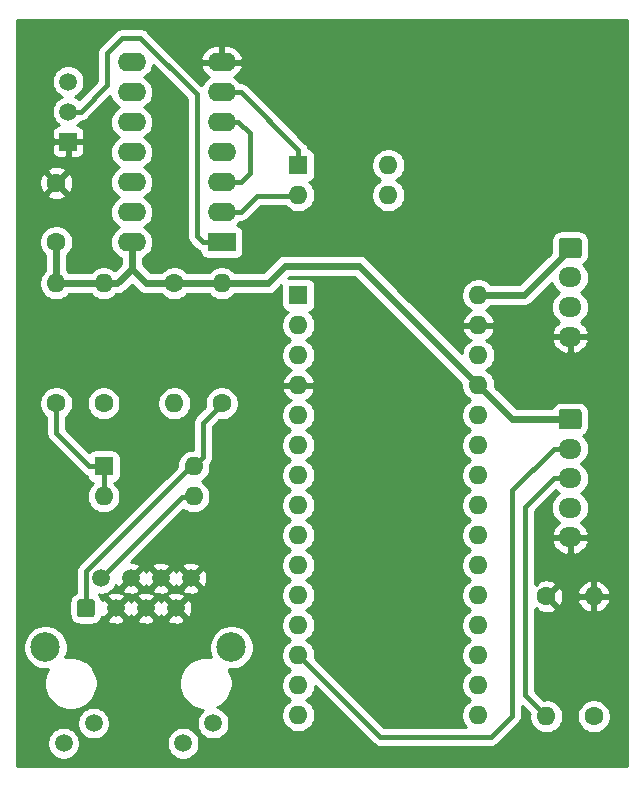
<source format=gtl>
G04 #@! TF.GenerationSoftware,KiCad,Pcbnew,(5.1.5)-2*
G04 #@! TF.CreationDate,2020-02-28T16:04:00+09:00*
G04 #@! TF.ProjectId,circuit_master_ver.2.0.0,63697263-7569-4745-9f6d-61737465725f,rev?*
G04 #@! TF.SameCoordinates,Original*
G04 #@! TF.FileFunction,Copper,L1,Top*
G04 #@! TF.FilePolarity,Positive*
%FSLAX46Y46*%
G04 Gerber Fmt 4.6, Leading zero omitted, Abs format (unit mm)*
G04 Created by KiCad (PCBNEW (5.1.5)-2) date 2020-02-28 16:04:00*
%MOMM*%
%LPD*%
G04 APERTURE LIST*
%ADD10R,1.600000X1.600000*%
%ADD11O,1.600000X1.600000*%
%ADD12C,1.600000*%
%ADD13C,0.100000*%
%ADD14C,1.500000*%
%ADD15C,2.500000*%
%ADD16O,1.950000X1.700000*%
%ADD17R,1.500000X1.500000*%
%ADD18R,2.400000X1.600000*%
%ADD19O,2.400000X1.600000*%
%ADD20C,1.200000*%
%ADD21C,0.400000*%
%ADD22C,0.600000*%
%ADD23C,0.254000*%
G04 APERTURE END LIST*
D10*
X59500000Y-134500000D03*
D11*
X74740000Y-167520000D03*
X59500000Y-137040000D03*
X74740000Y-164980000D03*
X59500000Y-139580000D03*
X74740000Y-162440000D03*
X59500000Y-142120000D03*
X74740000Y-159900000D03*
X59500000Y-144660000D03*
X74740000Y-157360000D03*
X59500000Y-147200000D03*
X74740000Y-154820000D03*
X59500000Y-149740000D03*
X74740000Y-152280000D03*
X59500000Y-152280000D03*
X74740000Y-149740000D03*
X59500000Y-154820000D03*
X74740000Y-147200000D03*
X59500000Y-157360000D03*
X74740000Y-144660000D03*
X59500000Y-159900000D03*
X74740000Y-142120000D03*
X59500000Y-162440000D03*
X74740000Y-139580000D03*
X59500000Y-164980000D03*
X74740000Y-137040000D03*
X59500000Y-167520000D03*
X74740000Y-134500000D03*
X59500000Y-170060000D03*
X74740000Y-170060000D03*
D12*
X39000000Y-125000000D03*
X39000000Y-130000000D03*
G04 #@! TA.AperFunction,ComponentPad*
D13*
G36*
X42024053Y-160251206D02*
G01*
X42048370Y-160254813D01*
X42072216Y-160260786D01*
X42095362Y-160269068D01*
X42117585Y-160279579D01*
X42138670Y-160292217D01*
X42158416Y-160306861D01*
X42176630Y-160323370D01*
X42193139Y-160341584D01*
X42207783Y-160361330D01*
X42220421Y-160382415D01*
X42230932Y-160404638D01*
X42239214Y-160427784D01*
X42245187Y-160451630D01*
X42248794Y-160475947D01*
X42250000Y-160500500D01*
X42250000Y-161499500D01*
X42248794Y-161524053D01*
X42245187Y-161548370D01*
X42239214Y-161572216D01*
X42230932Y-161595362D01*
X42220421Y-161617585D01*
X42207783Y-161638670D01*
X42193139Y-161658416D01*
X42176630Y-161676630D01*
X42158416Y-161693139D01*
X42138670Y-161707783D01*
X42117585Y-161720421D01*
X42095362Y-161730932D01*
X42072216Y-161739214D01*
X42048370Y-161745187D01*
X42024053Y-161748794D01*
X41999500Y-161750000D01*
X41000500Y-161750000D01*
X40975947Y-161748794D01*
X40951630Y-161745187D01*
X40927784Y-161739214D01*
X40904638Y-161730932D01*
X40882415Y-161720421D01*
X40861330Y-161707783D01*
X40841584Y-161693139D01*
X40823370Y-161676630D01*
X40806861Y-161658416D01*
X40792217Y-161638670D01*
X40779579Y-161617585D01*
X40769068Y-161595362D01*
X40760786Y-161572216D01*
X40754813Y-161548370D01*
X40751206Y-161524053D01*
X40750000Y-161499500D01*
X40750000Y-160500500D01*
X40751206Y-160475947D01*
X40754813Y-160451630D01*
X40760786Y-160427784D01*
X40769068Y-160404638D01*
X40779579Y-160382415D01*
X40792217Y-160361330D01*
X40806861Y-160341584D01*
X40823370Y-160323370D01*
X40841584Y-160306861D01*
X40861330Y-160292217D01*
X40882415Y-160279579D01*
X40904638Y-160269068D01*
X40927784Y-160260786D01*
X40951630Y-160254813D01*
X40975947Y-160251206D01*
X41000500Y-160250000D01*
X41999500Y-160250000D01*
X42024053Y-160251206D01*
G37*
G04 #@! TD.AperFunction*
D14*
X42770000Y-158460000D03*
X44040000Y-161000000D03*
X45310000Y-158460000D03*
X46580000Y-161000000D03*
X47850000Y-158460000D03*
X49120000Y-161000000D03*
D15*
X38070000Y-164300000D03*
D14*
X50390000Y-158460000D03*
D15*
X53820000Y-164300000D03*
D14*
X39620000Y-172430000D03*
X42160000Y-170730000D03*
X52270000Y-170730000D03*
X49730000Y-172430000D03*
G04 #@! TA.AperFunction,ComponentPad*
D13*
G36*
X83249504Y-129651204D02*
G01*
X83273773Y-129654804D01*
X83297571Y-129660765D01*
X83320671Y-129669030D01*
X83342849Y-129679520D01*
X83363893Y-129692133D01*
X83383598Y-129706747D01*
X83401777Y-129723223D01*
X83418253Y-129741402D01*
X83432867Y-129761107D01*
X83445480Y-129782151D01*
X83455970Y-129804329D01*
X83464235Y-129827429D01*
X83470196Y-129851227D01*
X83473796Y-129875496D01*
X83475000Y-129900000D01*
X83475000Y-131100000D01*
X83473796Y-131124504D01*
X83470196Y-131148773D01*
X83464235Y-131172571D01*
X83455970Y-131195671D01*
X83445480Y-131217849D01*
X83432867Y-131238893D01*
X83418253Y-131258598D01*
X83401777Y-131276777D01*
X83383598Y-131293253D01*
X83363893Y-131307867D01*
X83342849Y-131320480D01*
X83320671Y-131330970D01*
X83297571Y-131339235D01*
X83273773Y-131345196D01*
X83249504Y-131348796D01*
X83225000Y-131350000D01*
X81775000Y-131350000D01*
X81750496Y-131348796D01*
X81726227Y-131345196D01*
X81702429Y-131339235D01*
X81679329Y-131330970D01*
X81657151Y-131320480D01*
X81636107Y-131307867D01*
X81616402Y-131293253D01*
X81598223Y-131276777D01*
X81581747Y-131258598D01*
X81567133Y-131238893D01*
X81554520Y-131217849D01*
X81544030Y-131195671D01*
X81535765Y-131172571D01*
X81529804Y-131148773D01*
X81526204Y-131124504D01*
X81525000Y-131100000D01*
X81525000Y-129900000D01*
X81526204Y-129875496D01*
X81529804Y-129851227D01*
X81535765Y-129827429D01*
X81544030Y-129804329D01*
X81554520Y-129782151D01*
X81567133Y-129761107D01*
X81581747Y-129741402D01*
X81598223Y-129723223D01*
X81616402Y-129706747D01*
X81636107Y-129692133D01*
X81657151Y-129679520D01*
X81679329Y-129669030D01*
X81702429Y-129660765D01*
X81726227Y-129654804D01*
X81750496Y-129651204D01*
X81775000Y-129650000D01*
X83225000Y-129650000D01*
X83249504Y-129651204D01*
G37*
G04 #@! TD.AperFunction*
D16*
X82500000Y-133000000D03*
X82500000Y-135500000D03*
X82500000Y-138000000D03*
G04 #@! TA.AperFunction,ComponentPad*
D13*
G36*
X83249504Y-144151204D02*
G01*
X83273773Y-144154804D01*
X83297571Y-144160765D01*
X83320671Y-144169030D01*
X83342849Y-144179520D01*
X83363893Y-144192133D01*
X83383598Y-144206747D01*
X83401777Y-144223223D01*
X83418253Y-144241402D01*
X83432867Y-144261107D01*
X83445480Y-144282151D01*
X83455970Y-144304329D01*
X83464235Y-144327429D01*
X83470196Y-144351227D01*
X83473796Y-144375496D01*
X83475000Y-144400000D01*
X83475000Y-145600000D01*
X83473796Y-145624504D01*
X83470196Y-145648773D01*
X83464235Y-145672571D01*
X83455970Y-145695671D01*
X83445480Y-145717849D01*
X83432867Y-145738893D01*
X83418253Y-145758598D01*
X83401777Y-145776777D01*
X83383598Y-145793253D01*
X83363893Y-145807867D01*
X83342849Y-145820480D01*
X83320671Y-145830970D01*
X83297571Y-145839235D01*
X83273773Y-145845196D01*
X83249504Y-145848796D01*
X83225000Y-145850000D01*
X81775000Y-145850000D01*
X81750496Y-145848796D01*
X81726227Y-145845196D01*
X81702429Y-145839235D01*
X81679329Y-145830970D01*
X81657151Y-145820480D01*
X81636107Y-145807867D01*
X81616402Y-145793253D01*
X81598223Y-145776777D01*
X81581747Y-145758598D01*
X81567133Y-145738893D01*
X81554520Y-145717849D01*
X81544030Y-145695671D01*
X81535765Y-145672571D01*
X81529804Y-145648773D01*
X81526204Y-145624504D01*
X81525000Y-145600000D01*
X81525000Y-144400000D01*
X81526204Y-144375496D01*
X81529804Y-144351227D01*
X81535765Y-144327429D01*
X81544030Y-144304329D01*
X81554520Y-144282151D01*
X81567133Y-144261107D01*
X81581747Y-144241402D01*
X81598223Y-144223223D01*
X81616402Y-144206747D01*
X81636107Y-144192133D01*
X81657151Y-144179520D01*
X81679329Y-144169030D01*
X81702429Y-144160765D01*
X81726227Y-144154804D01*
X81750496Y-144151204D01*
X81775000Y-144150000D01*
X83225000Y-144150000D01*
X83249504Y-144151204D01*
G37*
G04 #@! TD.AperFunction*
D16*
X82500000Y-147500000D03*
X82500000Y-150000000D03*
X82500000Y-152500000D03*
X82500000Y-155000000D03*
D14*
X40000000Y-118960000D03*
X40000000Y-116420000D03*
D17*
X40000000Y-121500000D03*
D12*
X43000000Y-143660000D03*
D11*
X43000000Y-133500000D03*
X39000000Y-133500000D03*
D12*
X39000000Y-143660000D03*
D11*
X80500000Y-170160000D03*
D12*
X80500000Y-160000000D03*
X84500000Y-170160000D03*
D11*
X84500000Y-160000000D03*
X53000000Y-133500000D03*
D12*
X53000000Y-143660000D03*
X49000000Y-133500000D03*
D11*
X49000000Y-143660000D03*
D10*
X43000000Y-149000000D03*
D11*
X50620000Y-151540000D03*
X43000000Y-151540000D03*
X50620000Y-149000000D03*
X67120000Y-123500000D03*
X59500000Y-126040000D03*
X67120000Y-126040000D03*
D10*
X59500000Y-123500000D03*
D18*
X53000000Y-130000000D03*
D19*
X45380000Y-114760000D03*
X53000000Y-127460000D03*
X45380000Y-117300000D03*
X53000000Y-124920000D03*
X45380000Y-119840000D03*
X53000000Y-122380000D03*
X45380000Y-122380000D03*
X53000000Y-119840000D03*
X45380000Y-124920000D03*
X53000000Y-117300000D03*
X45380000Y-127460000D03*
X53000000Y-114760000D03*
X45380000Y-130000000D03*
D20*
X82500000Y-115000000D03*
X75000000Y-115000000D03*
X67500000Y-115000000D03*
X60000000Y-115000000D03*
X75000000Y-122500000D03*
X82500000Y-122500000D03*
X69000000Y-130000000D03*
X63000000Y-140000000D03*
X63000000Y-159000000D03*
X72500000Y-136500000D03*
X71000000Y-142500000D03*
X71000000Y-155000000D03*
X70500000Y-165000000D03*
X62000000Y-172500000D03*
X79000000Y-172500000D03*
X83000000Y-164000000D03*
X85500000Y-151000000D03*
X78500000Y-140000000D03*
X86000000Y-138500000D03*
X86000000Y-127000000D03*
X46000000Y-166500000D03*
X55000000Y-155500000D03*
X38000000Y-155500000D03*
X45500000Y-146000000D03*
X50500000Y-137000000D03*
X37500000Y-136500000D03*
X42000000Y-127500000D03*
X59500000Y-129000000D03*
X50500000Y-112500000D03*
X37500000Y-112500000D03*
D21*
X80500000Y-170160000D02*
X78700000Y-168360000D01*
X78700000Y-152425000D02*
X81125000Y-150000000D01*
X78700000Y-168360000D02*
X78700000Y-152425000D01*
X81125000Y-150000000D02*
X82500000Y-150000000D01*
D22*
X39000000Y-130000000D02*
X39000000Y-133500000D01*
X39000000Y-133500000D02*
X42900000Y-133500000D01*
X46600000Y-133500000D02*
X49000000Y-133500000D01*
X45380000Y-132280000D02*
X45380000Y-130000000D01*
X43000000Y-133500000D02*
X44160000Y-133500000D01*
X44160000Y-133500000D02*
X45380000Y-132280000D01*
X45380000Y-132280000D02*
X46600000Y-133500000D01*
X49000000Y-133500000D02*
X53000000Y-133500000D01*
X53000000Y-133500000D02*
X56900000Y-133500000D01*
X56900000Y-133500000D02*
X58400000Y-132000000D01*
X58400000Y-132000000D02*
X64600000Y-132000000D01*
X64600000Y-132000000D02*
X74700000Y-142100000D01*
X74700000Y-142100000D02*
X77600000Y-145000000D01*
X77600000Y-145000000D02*
X82500000Y-145000000D01*
D21*
X59500000Y-164980000D02*
X66420000Y-171900000D01*
X66420000Y-171900000D02*
X75800000Y-171900000D01*
X75800000Y-171900000D02*
X77600000Y-170100000D01*
X77600000Y-151025000D02*
X81125000Y-147500000D01*
X77600000Y-170100000D02*
X77600000Y-151025000D01*
X81125000Y-147500000D02*
X82500000Y-147500000D01*
D22*
X74740000Y-134500000D02*
X78600000Y-134500000D01*
X78600000Y-134500000D02*
X82500000Y-130600000D01*
D21*
X41500000Y-157879998D02*
X50379998Y-149000000D01*
X41500000Y-161000000D02*
X41500000Y-157879998D01*
X50379998Y-149000000D02*
X50600000Y-149000000D01*
X51419999Y-148200001D02*
X51419999Y-145280001D01*
X50620000Y-149000000D02*
X51419999Y-148200001D01*
X51419999Y-145280001D02*
X53000000Y-143700000D01*
X42770000Y-158460000D02*
X49630000Y-151600000D01*
X49630000Y-151600000D02*
X50600000Y-151600000D01*
X43000000Y-151540000D02*
X43000000Y-149000000D01*
X41800000Y-149000000D02*
X39000000Y-146200000D01*
X43000000Y-149000000D02*
X41800000Y-149000000D01*
X39000000Y-146200000D02*
X39000000Y-143700000D01*
X54600000Y-124920000D02*
X55400000Y-124120000D01*
X53000000Y-124920000D02*
X54600000Y-124920000D01*
X55400000Y-124120000D02*
X55400000Y-120800000D01*
X55400000Y-120800000D02*
X54400000Y-119800000D01*
X54400000Y-119800000D02*
X53000000Y-119800000D01*
X41060660Y-118960000D02*
X43300000Y-116720660D01*
X40000000Y-118960000D02*
X41060660Y-118960000D01*
X43300000Y-116720660D02*
X43300000Y-114000000D01*
X43300000Y-114000000D02*
X44600000Y-112700000D01*
X44600000Y-112700000D02*
X46100000Y-112700000D01*
X46100000Y-112700000D02*
X50900000Y-117500000D01*
X50900000Y-129500000D02*
X51400000Y-130000000D01*
X50900000Y-117500000D02*
X50900000Y-129500000D01*
X51400000Y-130000000D02*
X53100000Y-130000000D01*
X54600000Y-127460000D02*
X55960000Y-126100000D01*
X53000000Y-127460000D02*
X54600000Y-127460000D01*
X55960000Y-126100000D02*
X59500000Y-126100000D01*
X59500000Y-122200000D02*
X54600000Y-117300000D01*
X59500000Y-123500000D02*
X59500000Y-122200000D01*
X54600000Y-117300000D02*
X53000000Y-117300000D01*
D23*
G36*
X87340000Y-174340000D02*
G01*
X35660000Y-174340000D01*
X35660000Y-172293589D01*
X38235000Y-172293589D01*
X38235000Y-172566411D01*
X38288225Y-172833989D01*
X38392629Y-173086043D01*
X38544201Y-173312886D01*
X38737114Y-173505799D01*
X38963957Y-173657371D01*
X39216011Y-173761775D01*
X39483589Y-173815000D01*
X39756411Y-173815000D01*
X40023989Y-173761775D01*
X40276043Y-173657371D01*
X40502886Y-173505799D01*
X40695799Y-173312886D01*
X40847371Y-173086043D01*
X40951775Y-172833989D01*
X41005000Y-172566411D01*
X41005000Y-172293589D01*
X48345000Y-172293589D01*
X48345000Y-172566411D01*
X48398225Y-172833989D01*
X48502629Y-173086043D01*
X48654201Y-173312886D01*
X48847114Y-173505799D01*
X49073957Y-173657371D01*
X49326011Y-173761775D01*
X49593589Y-173815000D01*
X49866411Y-173815000D01*
X50133989Y-173761775D01*
X50386043Y-173657371D01*
X50612886Y-173505799D01*
X50805799Y-173312886D01*
X50957371Y-173086043D01*
X51061775Y-172833989D01*
X51115000Y-172566411D01*
X51115000Y-172293589D01*
X51061775Y-172026011D01*
X50957371Y-171773957D01*
X50805799Y-171547114D01*
X50612886Y-171354201D01*
X50386043Y-171202629D01*
X50133989Y-171098225D01*
X49866411Y-171045000D01*
X49593589Y-171045000D01*
X49326011Y-171098225D01*
X49073957Y-171202629D01*
X48847114Y-171354201D01*
X48654201Y-171547114D01*
X48502629Y-171773957D01*
X48398225Y-172026011D01*
X48345000Y-172293589D01*
X41005000Y-172293589D01*
X40951775Y-172026011D01*
X40847371Y-171773957D01*
X40695799Y-171547114D01*
X40502886Y-171354201D01*
X40276043Y-171202629D01*
X40023989Y-171098225D01*
X39756411Y-171045000D01*
X39483589Y-171045000D01*
X39216011Y-171098225D01*
X38963957Y-171202629D01*
X38737114Y-171354201D01*
X38544201Y-171547114D01*
X38392629Y-171773957D01*
X38288225Y-172026011D01*
X38235000Y-172293589D01*
X35660000Y-172293589D01*
X35660000Y-170593589D01*
X40775000Y-170593589D01*
X40775000Y-170866411D01*
X40828225Y-171133989D01*
X40932629Y-171386043D01*
X41084201Y-171612886D01*
X41277114Y-171805799D01*
X41503957Y-171957371D01*
X41756011Y-172061775D01*
X42023589Y-172115000D01*
X42296411Y-172115000D01*
X42563989Y-172061775D01*
X42816043Y-171957371D01*
X43042886Y-171805799D01*
X43235799Y-171612886D01*
X43387371Y-171386043D01*
X43491775Y-171133989D01*
X43545000Y-170866411D01*
X43545000Y-170593589D01*
X43491775Y-170326011D01*
X43387371Y-170073957D01*
X43235799Y-169847114D01*
X43042886Y-169654201D01*
X42816043Y-169502629D01*
X42563989Y-169398225D01*
X42296411Y-169345000D01*
X42023589Y-169345000D01*
X41756011Y-169398225D01*
X41503957Y-169502629D01*
X41277114Y-169654201D01*
X41084201Y-169847114D01*
X40932629Y-170073957D01*
X40828225Y-170326011D01*
X40775000Y-170593589D01*
X35660000Y-170593589D01*
X35660000Y-164114344D01*
X36185000Y-164114344D01*
X36185000Y-164485656D01*
X36257439Y-164849834D01*
X36399534Y-165192882D01*
X36605825Y-165501618D01*
X36868382Y-165764175D01*
X37177118Y-165970466D01*
X37520166Y-166112561D01*
X37884344Y-166185000D01*
X38255656Y-166185000D01*
X38295667Y-166177041D01*
X38227214Y-166279489D01*
X38056851Y-166690782D01*
X37970000Y-167127409D01*
X37970000Y-167572591D01*
X38056851Y-168009218D01*
X38227214Y-168420511D01*
X38474544Y-168790666D01*
X38789334Y-169105456D01*
X39159489Y-169352786D01*
X39570782Y-169523149D01*
X40007409Y-169610000D01*
X40452591Y-169610000D01*
X40889218Y-169523149D01*
X41300511Y-169352786D01*
X41670666Y-169105456D01*
X41985456Y-168790666D01*
X42232786Y-168420511D01*
X42403149Y-168009218D01*
X42490000Y-167572591D01*
X42490000Y-167127409D01*
X49400000Y-167127409D01*
X49400000Y-167572591D01*
X49486851Y-168009218D01*
X49657214Y-168420511D01*
X49904544Y-168790666D01*
X50219334Y-169105456D01*
X50589489Y-169352786D01*
X51000782Y-169523149D01*
X51437409Y-169610000D01*
X51453265Y-169610000D01*
X51387114Y-169654201D01*
X51194201Y-169847114D01*
X51042629Y-170073957D01*
X50938225Y-170326011D01*
X50885000Y-170593589D01*
X50885000Y-170866411D01*
X50938225Y-171133989D01*
X51042629Y-171386043D01*
X51194201Y-171612886D01*
X51387114Y-171805799D01*
X51613957Y-171957371D01*
X51866011Y-172061775D01*
X52133589Y-172115000D01*
X52406411Y-172115000D01*
X52673989Y-172061775D01*
X52926043Y-171957371D01*
X53152886Y-171805799D01*
X53345799Y-171612886D01*
X53497371Y-171386043D01*
X53601775Y-171133989D01*
X53655000Y-170866411D01*
X53655000Y-170593589D01*
X53601775Y-170326011D01*
X53497371Y-170073957D01*
X53345799Y-169847114D01*
X53152886Y-169654201D01*
X52926043Y-169502629D01*
X52673989Y-169398225D01*
X52638064Y-169391079D01*
X52730511Y-169352786D01*
X53100666Y-169105456D01*
X53415456Y-168790666D01*
X53662786Y-168420511D01*
X53833149Y-168009218D01*
X53920000Y-167572591D01*
X53920000Y-167127409D01*
X53833149Y-166690782D01*
X53662786Y-166279489D01*
X53594333Y-166177041D01*
X53634344Y-166185000D01*
X54005656Y-166185000D01*
X54369834Y-166112561D01*
X54712882Y-165970466D01*
X55021618Y-165764175D01*
X55284175Y-165501618D01*
X55490466Y-165192882D01*
X55632561Y-164849834D01*
X55705000Y-164485656D01*
X55705000Y-164114344D01*
X55632561Y-163750166D01*
X55490466Y-163407118D01*
X55284175Y-163098382D01*
X55021618Y-162835825D01*
X54712882Y-162629534D01*
X54369834Y-162487439D01*
X54005656Y-162415000D01*
X53634344Y-162415000D01*
X53270166Y-162487439D01*
X52927118Y-162629534D01*
X52618382Y-162835825D01*
X52355825Y-163098382D01*
X52149534Y-163407118D01*
X52007439Y-163750166D01*
X51935000Y-164114344D01*
X51935000Y-164485656D01*
X52007439Y-164849834D01*
X52127061Y-165138628D01*
X51882591Y-165090000D01*
X51437409Y-165090000D01*
X51000782Y-165176851D01*
X50589489Y-165347214D01*
X50219334Y-165594544D01*
X49904544Y-165909334D01*
X49657214Y-166279489D01*
X49486851Y-166690782D01*
X49400000Y-167127409D01*
X42490000Y-167127409D01*
X42403149Y-166690782D01*
X42232786Y-166279489D01*
X41985456Y-165909334D01*
X41670666Y-165594544D01*
X41300511Y-165347214D01*
X40889218Y-165176851D01*
X40452591Y-165090000D01*
X40007409Y-165090000D01*
X39762939Y-165138628D01*
X39882561Y-164849834D01*
X39955000Y-164485656D01*
X39955000Y-164114344D01*
X39882561Y-163750166D01*
X39740466Y-163407118D01*
X39534175Y-163098382D01*
X39271618Y-162835825D01*
X38962882Y-162629534D01*
X38619834Y-162487439D01*
X38255656Y-162415000D01*
X37884344Y-162415000D01*
X37520166Y-162487439D01*
X37177118Y-162629534D01*
X36868382Y-162835825D01*
X36605825Y-163098382D01*
X36399534Y-163407118D01*
X36257439Y-163750166D01*
X36185000Y-164114344D01*
X35660000Y-164114344D01*
X35660000Y-160500500D01*
X40111928Y-160500500D01*
X40111928Y-161499500D01*
X40129002Y-161672852D01*
X40179567Y-161839542D01*
X40261679Y-161993164D01*
X40372185Y-162127815D01*
X40506836Y-162238321D01*
X40660458Y-162320433D01*
X40827148Y-162370998D01*
X41000500Y-162388072D01*
X41999500Y-162388072D01*
X42172852Y-162370998D01*
X42339542Y-162320433D01*
X42493164Y-162238321D01*
X42627815Y-162127815D01*
X42738321Y-161993164D01*
X42757654Y-161956993D01*
X43262612Y-161956993D01*
X43328137Y-162195860D01*
X43575116Y-162311760D01*
X43839960Y-162377250D01*
X44112492Y-162389812D01*
X44382238Y-162348965D01*
X44638832Y-162256277D01*
X44751863Y-162195860D01*
X44817388Y-161956993D01*
X45802612Y-161956993D01*
X45868137Y-162195860D01*
X46115116Y-162311760D01*
X46379960Y-162377250D01*
X46652492Y-162389812D01*
X46922238Y-162348965D01*
X47178832Y-162256277D01*
X47291863Y-162195860D01*
X47357388Y-161956993D01*
X48342612Y-161956993D01*
X48408137Y-162195860D01*
X48655116Y-162311760D01*
X48919960Y-162377250D01*
X49192492Y-162389812D01*
X49462238Y-162348965D01*
X49718832Y-162256277D01*
X49831863Y-162195860D01*
X49897388Y-161956993D01*
X49120000Y-161179605D01*
X48342612Y-161956993D01*
X47357388Y-161956993D01*
X46580000Y-161179605D01*
X45802612Y-161956993D01*
X44817388Y-161956993D01*
X44040000Y-161179605D01*
X43262612Y-161956993D01*
X42757654Y-161956993D01*
X42820433Y-161839542D01*
X42858010Y-161715668D01*
X43083007Y-161777388D01*
X43860395Y-161000000D01*
X44219605Y-161000000D01*
X44996993Y-161777388D01*
X45235860Y-161711863D01*
X45308578Y-161556904D01*
X45323723Y-161598832D01*
X45384140Y-161711863D01*
X45623007Y-161777388D01*
X46400395Y-161000000D01*
X46759605Y-161000000D01*
X47536993Y-161777388D01*
X47775860Y-161711863D01*
X47848578Y-161556904D01*
X47863723Y-161598832D01*
X47924140Y-161711863D01*
X48163007Y-161777388D01*
X48940395Y-161000000D01*
X49299605Y-161000000D01*
X50076993Y-161777388D01*
X50315860Y-161711863D01*
X50431760Y-161464884D01*
X50497250Y-161200040D01*
X50509812Y-160927508D01*
X50468965Y-160657762D01*
X50376277Y-160401168D01*
X50315860Y-160288137D01*
X50076993Y-160222612D01*
X49299605Y-161000000D01*
X48940395Y-161000000D01*
X48163007Y-160222612D01*
X47924140Y-160288137D01*
X47851422Y-160443096D01*
X47836277Y-160401168D01*
X47775860Y-160288137D01*
X47536993Y-160222612D01*
X46759605Y-161000000D01*
X46400395Y-161000000D01*
X45623007Y-160222612D01*
X45384140Y-160288137D01*
X45311422Y-160443096D01*
X45296277Y-160401168D01*
X45235860Y-160288137D01*
X44996993Y-160222612D01*
X44219605Y-161000000D01*
X43860395Y-161000000D01*
X43083007Y-160222612D01*
X42858010Y-160284332D01*
X42820433Y-160160458D01*
X42757655Y-160043007D01*
X43262612Y-160043007D01*
X44040000Y-160820395D01*
X44817388Y-160043007D01*
X45802612Y-160043007D01*
X46580000Y-160820395D01*
X47357388Y-160043007D01*
X48342612Y-160043007D01*
X49120000Y-160820395D01*
X49897388Y-160043007D01*
X49831863Y-159804140D01*
X49584884Y-159688240D01*
X49320040Y-159622750D01*
X49047508Y-159610188D01*
X48777762Y-159651035D01*
X48521168Y-159743723D01*
X48408137Y-159804140D01*
X48342612Y-160043007D01*
X47357388Y-160043007D01*
X47291863Y-159804140D01*
X47044884Y-159688240D01*
X46780040Y-159622750D01*
X46507508Y-159610188D01*
X46237762Y-159651035D01*
X45981168Y-159743723D01*
X45868137Y-159804140D01*
X45802612Y-160043007D01*
X44817388Y-160043007D01*
X44751863Y-159804140D01*
X44504884Y-159688240D01*
X44240040Y-159622750D01*
X43967508Y-159610188D01*
X43697762Y-159651035D01*
X43441168Y-159743723D01*
X43328137Y-159804140D01*
X43262612Y-160043007D01*
X42757655Y-160043007D01*
X42738321Y-160006836D01*
X42627815Y-159872185D01*
X42582246Y-159834787D01*
X42633589Y-159845000D01*
X42906411Y-159845000D01*
X43173989Y-159791775D01*
X43426043Y-159687371D01*
X43652886Y-159535799D01*
X43771692Y-159416993D01*
X44532612Y-159416993D01*
X44598137Y-159655860D01*
X44845116Y-159771760D01*
X45109960Y-159837250D01*
X45382492Y-159849812D01*
X45652238Y-159808965D01*
X45908832Y-159716277D01*
X46021863Y-159655860D01*
X46087388Y-159416993D01*
X47072612Y-159416993D01*
X47138137Y-159655860D01*
X47385116Y-159771760D01*
X47649960Y-159837250D01*
X47922492Y-159849812D01*
X48192238Y-159808965D01*
X48448832Y-159716277D01*
X48561863Y-159655860D01*
X48627388Y-159416993D01*
X49612612Y-159416993D01*
X49678137Y-159655860D01*
X49925116Y-159771760D01*
X50189960Y-159837250D01*
X50462492Y-159849812D01*
X50732238Y-159808965D01*
X50988832Y-159716277D01*
X51101863Y-159655860D01*
X51167388Y-159416993D01*
X50390000Y-158639605D01*
X49612612Y-159416993D01*
X48627388Y-159416993D01*
X47850000Y-158639605D01*
X47072612Y-159416993D01*
X46087388Y-159416993D01*
X45310000Y-158639605D01*
X44532612Y-159416993D01*
X43771692Y-159416993D01*
X43845799Y-159342886D01*
X43997371Y-159116043D01*
X44038511Y-159016721D01*
X44053723Y-159058832D01*
X44114140Y-159171863D01*
X44353007Y-159237388D01*
X45130395Y-158460000D01*
X45489605Y-158460000D01*
X46266993Y-159237388D01*
X46505860Y-159171863D01*
X46578578Y-159016904D01*
X46593723Y-159058832D01*
X46654140Y-159171863D01*
X46893007Y-159237388D01*
X47670395Y-158460000D01*
X48029605Y-158460000D01*
X48806993Y-159237388D01*
X49045860Y-159171863D01*
X49118578Y-159016904D01*
X49133723Y-159058832D01*
X49194140Y-159171863D01*
X49433007Y-159237388D01*
X50210395Y-158460000D01*
X50569605Y-158460000D01*
X51346993Y-159237388D01*
X51585860Y-159171863D01*
X51701760Y-158924884D01*
X51767250Y-158660040D01*
X51779812Y-158387508D01*
X51738965Y-158117762D01*
X51646277Y-157861168D01*
X51585860Y-157748137D01*
X51346993Y-157682612D01*
X50569605Y-158460000D01*
X50210395Y-158460000D01*
X49433007Y-157682612D01*
X49194140Y-157748137D01*
X49121422Y-157903096D01*
X49106277Y-157861168D01*
X49045860Y-157748137D01*
X48806993Y-157682612D01*
X48029605Y-158460000D01*
X47670395Y-158460000D01*
X46893007Y-157682612D01*
X46654140Y-157748137D01*
X46581422Y-157903096D01*
X46566277Y-157861168D01*
X46505860Y-157748137D01*
X46266993Y-157682612D01*
X45489605Y-158460000D01*
X45130395Y-158460000D01*
X45116253Y-158445858D01*
X45295858Y-158266253D01*
X45310000Y-158280395D01*
X46087388Y-157503007D01*
X47072612Y-157503007D01*
X47850000Y-158280395D01*
X48627388Y-157503007D01*
X49612612Y-157503007D01*
X50390000Y-158280395D01*
X51167388Y-157503007D01*
X51101863Y-157264140D01*
X50854884Y-157148240D01*
X50590040Y-157082750D01*
X50317508Y-157070188D01*
X50047762Y-157111035D01*
X49791168Y-157203723D01*
X49678137Y-157264140D01*
X49612612Y-157503007D01*
X48627388Y-157503007D01*
X48561863Y-157264140D01*
X48314884Y-157148240D01*
X48050040Y-157082750D01*
X47777508Y-157070188D01*
X47507762Y-157111035D01*
X47251168Y-157203723D01*
X47138137Y-157264140D01*
X47072612Y-157503007D01*
X46087388Y-157503007D01*
X46021863Y-157264140D01*
X45774884Y-157148240D01*
X45510040Y-157082750D01*
X45336133Y-157074734D01*
X49735807Y-152675061D01*
X49940273Y-152811680D01*
X50201426Y-152919853D01*
X50478665Y-152975000D01*
X50761335Y-152975000D01*
X51038574Y-152919853D01*
X51299727Y-152811680D01*
X51534759Y-152654637D01*
X51734637Y-152454759D01*
X51891680Y-152219727D01*
X51999853Y-151958574D01*
X52055000Y-151681335D01*
X52055000Y-151398665D01*
X51999853Y-151121426D01*
X51891680Y-150860273D01*
X51734637Y-150625241D01*
X51534759Y-150425363D01*
X51302241Y-150270000D01*
X51534759Y-150114637D01*
X51734637Y-149914759D01*
X51891680Y-149679727D01*
X51999853Y-149418574D01*
X52055000Y-149141335D01*
X52055000Y-148858665D01*
X52036396Y-148765137D01*
X52117635Y-148666147D01*
X52195171Y-148521088D01*
X52242917Y-148363690D01*
X52254999Y-148241020D01*
X52254999Y-148241010D01*
X52259038Y-148200002D01*
X52254999Y-148158994D01*
X52254999Y-145625868D01*
X52797946Y-145082922D01*
X52858665Y-145095000D01*
X53141335Y-145095000D01*
X53418574Y-145039853D01*
X53679727Y-144931680D01*
X53914759Y-144774637D01*
X54114637Y-144574759D01*
X54271680Y-144339727D01*
X54379853Y-144078574D01*
X54435000Y-143801335D01*
X54435000Y-143518665D01*
X54379853Y-143241426D01*
X54271680Y-142980273D01*
X54114637Y-142745241D01*
X53914759Y-142545363D01*
X53679727Y-142388320D01*
X53418574Y-142280147D01*
X53141335Y-142225000D01*
X52858665Y-142225000D01*
X52581426Y-142280147D01*
X52320273Y-142388320D01*
X52085241Y-142545363D01*
X51885363Y-142745241D01*
X51728320Y-142980273D01*
X51620147Y-143241426D01*
X51565000Y-143518665D01*
X51565000Y-143801335D01*
X51590351Y-143928781D01*
X50858573Y-144660560D01*
X50826709Y-144686710D01*
X50800561Y-144718572D01*
X50722363Y-144813856D01*
X50644827Y-144958915D01*
X50597081Y-145116313D01*
X50580959Y-145280001D01*
X50585000Y-145321029D01*
X50584999Y-147565000D01*
X50478665Y-147565000D01*
X50201426Y-147620147D01*
X49940273Y-147728320D01*
X49705241Y-147885363D01*
X49505363Y-148085241D01*
X49348320Y-148320273D01*
X49240147Y-148581426D01*
X49185000Y-148858665D01*
X49185000Y-149014129D01*
X40938574Y-157260557D01*
X40906710Y-157286707D01*
X40880562Y-157318569D01*
X40802364Y-157413853D01*
X40724828Y-157558912D01*
X40677082Y-157716310D01*
X40660960Y-157879998D01*
X40665001Y-157921026D01*
X40665000Y-159678189D01*
X40660458Y-159679567D01*
X40506836Y-159761679D01*
X40372185Y-159872185D01*
X40261679Y-160006836D01*
X40179567Y-160160458D01*
X40129002Y-160327148D01*
X40111928Y-160500500D01*
X35660000Y-160500500D01*
X35660000Y-143518665D01*
X37565000Y-143518665D01*
X37565000Y-143801335D01*
X37620147Y-144078574D01*
X37728320Y-144339727D01*
X37885363Y-144574759D01*
X38085241Y-144774637D01*
X38165001Y-144827931D01*
X38165000Y-146158981D01*
X38160960Y-146200000D01*
X38165000Y-146241018D01*
X38177082Y-146363688D01*
X38224828Y-146521086D01*
X38302364Y-146666145D01*
X38406709Y-146793291D01*
X38438579Y-146819446D01*
X41180559Y-149561427D01*
X41206709Y-149593291D01*
X41311040Y-149678913D01*
X41333854Y-149697636D01*
X41478913Y-149775172D01*
X41561964Y-149800365D01*
X41574188Y-149924482D01*
X41610498Y-150044180D01*
X41669463Y-150154494D01*
X41748815Y-150251185D01*
X41845506Y-150330537D01*
X41955820Y-150389502D01*
X42075518Y-150425812D01*
X42083961Y-150426643D01*
X41885363Y-150625241D01*
X41728320Y-150860273D01*
X41620147Y-151121426D01*
X41565000Y-151398665D01*
X41565000Y-151681335D01*
X41620147Y-151958574D01*
X41728320Y-152219727D01*
X41885363Y-152454759D01*
X42085241Y-152654637D01*
X42320273Y-152811680D01*
X42581426Y-152919853D01*
X42858665Y-152975000D01*
X43141335Y-152975000D01*
X43418574Y-152919853D01*
X43679727Y-152811680D01*
X43914759Y-152654637D01*
X44114637Y-152454759D01*
X44271680Y-152219727D01*
X44379853Y-151958574D01*
X44435000Y-151681335D01*
X44435000Y-151398665D01*
X44379853Y-151121426D01*
X44271680Y-150860273D01*
X44114637Y-150625241D01*
X43916039Y-150426643D01*
X43924482Y-150425812D01*
X44044180Y-150389502D01*
X44154494Y-150330537D01*
X44251185Y-150251185D01*
X44330537Y-150154494D01*
X44389502Y-150044180D01*
X44425812Y-149924482D01*
X44438072Y-149800000D01*
X44438072Y-148200000D01*
X44425812Y-148075518D01*
X44389502Y-147955820D01*
X44330537Y-147845506D01*
X44251185Y-147748815D01*
X44154494Y-147669463D01*
X44044180Y-147610498D01*
X43924482Y-147574188D01*
X43800000Y-147561928D01*
X42200000Y-147561928D01*
X42075518Y-147574188D01*
X41955820Y-147610498D01*
X41845506Y-147669463D01*
X41748815Y-147748815D01*
X41740191Y-147759323D01*
X39835000Y-145854133D01*
X39835000Y-144827930D01*
X39914759Y-144774637D01*
X40114637Y-144574759D01*
X40271680Y-144339727D01*
X40379853Y-144078574D01*
X40435000Y-143801335D01*
X40435000Y-143518665D01*
X41565000Y-143518665D01*
X41565000Y-143801335D01*
X41620147Y-144078574D01*
X41728320Y-144339727D01*
X41885363Y-144574759D01*
X42085241Y-144774637D01*
X42320273Y-144931680D01*
X42581426Y-145039853D01*
X42858665Y-145095000D01*
X43141335Y-145095000D01*
X43418574Y-145039853D01*
X43679727Y-144931680D01*
X43914759Y-144774637D01*
X44114637Y-144574759D01*
X44271680Y-144339727D01*
X44379853Y-144078574D01*
X44435000Y-143801335D01*
X44435000Y-143518665D01*
X47565000Y-143518665D01*
X47565000Y-143801335D01*
X47620147Y-144078574D01*
X47728320Y-144339727D01*
X47885363Y-144574759D01*
X48085241Y-144774637D01*
X48320273Y-144931680D01*
X48581426Y-145039853D01*
X48858665Y-145095000D01*
X49141335Y-145095000D01*
X49418574Y-145039853D01*
X49679727Y-144931680D01*
X49914759Y-144774637D01*
X50114637Y-144574759D01*
X50271680Y-144339727D01*
X50379853Y-144078574D01*
X50435000Y-143801335D01*
X50435000Y-143518665D01*
X50379853Y-143241426D01*
X50271680Y-142980273D01*
X50114637Y-142745241D01*
X49914759Y-142545363D01*
X49679727Y-142388320D01*
X49418574Y-142280147D01*
X49141335Y-142225000D01*
X48858665Y-142225000D01*
X48581426Y-142280147D01*
X48320273Y-142388320D01*
X48085241Y-142545363D01*
X47885363Y-142745241D01*
X47728320Y-142980273D01*
X47620147Y-143241426D01*
X47565000Y-143518665D01*
X44435000Y-143518665D01*
X44379853Y-143241426D01*
X44271680Y-142980273D01*
X44114637Y-142745241D01*
X43914759Y-142545363D01*
X43679727Y-142388320D01*
X43418574Y-142280147D01*
X43141335Y-142225000D01*
X42858665Y-142225000D01*
X42581426Y-142280147D01*
X42320273Y-142388320D01*
X42085241Y-142545363D01*
X41885363Y-142745241D01*
X41728320Y-142980273D01*
X41620147Y-143241426D01*
X41565000Y-143518665D01*
X40435000Y-143518665D01*
X40379853Y-143241426D01*
X40271680Y-142980273D01*
X40114637Y-142745241D01*
X39914759Y-142545363D01*
X39679727Y-142388320D01*
X39418574Y-142280147D01*
X39141335Y-142225000D01*
X38858665Y-142225000D01*
X38581426Y-142280147D01*
X38320273Y-142388320D01*
X38085241Y-142545363D01*
X37885363Y-142745241D01*
X37728320Y-142980273D01*
X37620147Y-143241426D01*
X37565000Y-143518665D01*
X35660000Y-143518665D01*
X35660000Y-129858665D01*
X37565000Y-129858665D01*
X37565000Y-130141335D01*
X37620147Y-130418574D01*
X37728320Y-130679727D01*
X37885363Y-130914759D01*
X38065000Y-131094396D01*
X38065001Y-132405603D01*
X37885363Y-132585241D01*
X37728320Y-132820273D01*
X37620147Y-133081426D01*
X37565000Y-133358665D01*
X37565000Y-133641335D01*
X37620147Y-133918574D01*
X37728320Y-134179727D01*
X37885363Y-134414759D01*
X38085241Y-134614637D01*
X38320273Y-134771680D01*
X38581426Y-134879853D01*
X38858665Y-134935000D01*
X39141335Y-134935000D01*
X39418574Y-134879853D01*
X39679727Y-134771680D01*
X39914759Y-134614637D01*
X40094396Y-134435000D01*
X41905604Y-134435000D01*
X42085241Y-134614637D01*
X42320273Y-134771680D01*
X42581426Y-134879853D01*
X42858665Y-134935000D01*
X43141335Y-134935000D01*
X43418574Y-134879853D01*
X43679727Y-134771680D01*
X43914759Y-134614637D01*
X44094396Y-134435000D01*
X44114068Y-134435000D01*
X44160000Y-134439524D01*
X44205932Y-134435000D01*
X44343292Y-134421471D01*
X44519540Y-134368007D01*
X44681972Y-134281186D01*
X44824344Y-134164344D01*
X44853630Y-134128659D01*
X45380000Y-133602289D01*
X45906370Y-134128659D01*
X45935656Y-134164344D01*
X46078028Y-134281186D01*
X46183880Y-134337765D01*
X46240459Y-134368007D01*
X46416708Y-134421472D01*
X46600000Y-134439524D01*
X46645935Y-134435000D01*
X47905604Y-134435000D01*
X48085241Y-134614637D01*
X48320273Y-134771680D01*
X48581426Y-134879853D01*
X48858665Y-134935000D01*
X49141335Y-134935000D01*
X49418574Y-134879853D01*
X49679727Y-134771680D01*
X49914759Y-134614637D01*
X50094396Y-134435000D01*
X51905604Y-134435000D01*
X52085241Y-134614637D01*
X52320273Y-134771680D01*
X52581426Y-134879853D01*
X52858665Y-134935000D01*
X53141335Y-134935000D01*
X53418574Y-134879853D01*
X53679727Y-134771680D01*
X53914759Y-134614637D01*
X54094396Y-134435000D01*
X56854068Y-134435000D01*
X56900000Y-134439524D01*
X56945932Y-134435000D01*
X57083292Y-134421471D01*
X57259540Y-134368007D01*
X57421972Y-134281186D01*
X57564344Y-134164344D01*
X57593630Y-134128659D01*
X58066258Y-133656031D01*
X58061928Y-133700000D01*
X58061928Y-135300000D01*
X58074188Y-135424482D01*
X58110498Y-135544180D01*
X58169463Y-135654494D01*
X58248815Y-135751185D01*
X58345506Y-135830537D01*
X58455820Y-135889502D01*
X58575518Y-135925812D01*
X58583961Y-135926643D01*
X58385363Y-136125241D01*
X58228320Y-136360273D01*
X58120147Y-136621426D01*
X58065000Y-136898665D01*
X58065000Y-137181335D01*
X58120147Y-137458574D01*
X58228320Y-137719727D01*
X58385363Y-137954759D01*
X58585241Y-138154637D01*
X58817759Y-138310000D01*
X58585241Y-138465363D01*
X58385363Y-138665241D01*
X58228320Y-138900273D01*
X58120147Y-139161426D01*
X58065000Y-139438665D01*
X58065000Y-139721335D01*
X58120147Y-139998574D01*
X58228320Y-140259727D01*
X58385363Y-140494759D01*
X58585241Y-140694637D01*
X58820273Y-140851680D01*
X58830865Y-140856067D01*
X58644869Y-140967615D01*
X58436481Y-141156586D01*
X58268963Y-141382580D01*
X58148754Y-141636913D01*
X58108096Y-141770961D01*
X58230085Y-141993000D01*
X59373000Y-141993000D01*
X59373000Y-141973000D01*
X59627000Y-141973000D01*
X59627000Y-141993000D01*
X60769915Y-141993000D01*
X60891904Y-141770961D01*
X60851246Y-141636913D01*
X60731037Y-141382580D01*
X60563519Y-141156586D01*
X60355131Y-140967615D01*
X60169135Y-140856067D01*
X60179727Y-140851680D01*
X60414759Y-140694637D01*
X60614637Y-140494759D01*
X60771680Y-140259727D01*
X60879853Y-139998574D01*
X60935000Y-139721335D01*
X60935000Y-139438665D01*
X60879853Y-139161426D01*
X60771680Y-138900273D01*
X60614637Y-138665241D01*
X60414759Y-138465363D01*
X60182241Y-138310000D01*
X60414759Y-138154637D01*
X60614637Y-137954759D01*
X60771680Y-137719727D01*
X60879853Y-137458574D01*
X60935000Y-137181335D01*
X60935000Y-136898665D01*
X60879853Y-136621426D01*
X60771680Y-136360273D01*
X60614637Y-136125241D01*
X60416039Y-135926643D01*
X60424482Y-135925812D01*
X60544180Y-135889502D01*
X60654494Y-135830537D01*
X60751185Y-135751185D01*
X60830537Y-135654494D01*
X60889502Y-135544180D01*
X60925812Y-135424482D01*
X60938072Y-135300000D01*
X60938072Y-133700000D01*
X60925812Y-133575518D01*
X60889502Y-133455820D01*
X60830537Y-133345506D01*
X60751185Y-133248815D01*
X60654494Y-133169463D01*
X60544180Y-133110498D01*
X60424482Y-133074188D01*
X60300000Y-133061928D01*
X58700000Y-133061928D01*
X58656031Y-133066258D01*
X58787290Y-132935000D01*
X64212711Y-132935000D01*
X73305000Y-142027289D01*
X73305000Y-142261335D01*
X73360147Y-142538574D01*
X73468320Y-142799727D01*
X73625363Y-143034759D01*
X73825241Y-143234637D01*
X74057759Y-143390000D01*
X73825241Y-143545363D01*
X73625363Y-143745241D01*
X73468320Y-143980273D01*
X73360147Y-144241426D01*
X73305000Y-144518665D01*
X73305000Y-144801335D01*
X73360147Y-145078574D01*
X73468320Y-145339727D01*
X73625363Y-145574759D01*
X73825241Y-145774637D01*
X74057759Y-145930000D01*
X73825241Y-146085363D01*
X73625363Y-146285241D01*
X73468320Y-146520273D01*
X73360147Y-146781426D01*
X73305000Y-147058665D01*
X73305000Y-147341335D01*
X73360147Y-147618574D01*
X73468320Y-147879727D01*
X73625363Y-148114759D01*
X73825241Y-148314637D01*
X74057759Y-148470000D01*
X73825241Y-148625363D01*
X73625363Y-148825241D01*
X73468320Y-149060273D01*
X73360147Y-149321426D01*
X73305000Y-149598665D01*
X73305000Y-149881335D01*
X73360147Y-150158574D01*
X73468320Y-150419727D01*
X73625363Y-150654759D01*
X73825241Y-150854637D01*
X74057759Y-151010000D01*
X73825241Y-151165363D01*
X73625363Y-151365241D01*
X73468320Y-151600273D01*
X73360147Y-151861426D01*
X73305000Y-152138665D01*
X73305000Y-152421335D01*
X73360147Y-152698574D01*
X73468320Y-152959727D01*
X73625363Y-153194759D01*
X73825241Y-153394637D01*
X74057759Y-153550000D01*
X73825241Y-153705363D01*
X73625363Y-153905241D01*
X73468320Y-154140273D01*
X73360147Y-154401426D01*
X73305000Y-154678665D01*
X73305000Y-154961335D01*
X73360147Y-155238574D01*
X73468320Y-155499727D01*
X73625363Y-155734759D01*
X73825241Y-155934637D01*
X74057759Y-156090000D01*
X73825241Y-156245363D01*
X73625363Y-156445241D01*
X73468320Y-156680273D01*
X73360147Y-156941426D01*
X73305000Y-157218665D01*
X73305000Y-157501335D01*
X73360147Y-157778574D01*
X73468320Y-158039727D01*
X73625363Y-158274759D01*
X73825241Y-158474637D01*
X74057759Y-158630000D01*
X73825241Y-158785363D01*
X73625363Y-158985241D01*
X73468320Y-159220273D01*
X73360147Y-159481426D01*
X73305000Y-159758665D01*
X73305000Y-160041335D01*
X73360147Y-160318574D01*
X73468320Y-160579727D01*
X73625363Y-160814759D01*
X73825241Y-161014637D01*
X74057759Y-161170000D01*
X73825241Y-161325363D01*
X73625363Y-161525241D01*
X73468320Y-161760273D01*
X73360147Y-162021426D01*
X73305000Y-162298665D01*
X73305000Y-162581335D01*
X73360147Y-162858574D01*
X73468320Y-163119727D01*
X73625363Y-163354759D01*
X73825241Y-163554637D01*
X74057759Y-163710000D01*
X73825241Y-163865363D01*
X73625363Y-164065241D01*
X73468320Y-164300273D01*
X73360147Y-164561426D01*
X73305000Y-164838665D01*
X73305000Y-165121335D01*
X73360147Y-165398574D01*
X73468320Y-165659727D01*
X73625363Y-165894759D01*
X73825241Y-166094637D01*
X74057759Y-166250000D01*
X73825241Y-166405363D01*
X73625363Y-166605241D01*
X73468320Y-166840273D01*
X73360147Y-167101426D01*
X73305000Y-167378665D01*
X73305000Y-167661335D01*
X73360147Y-167938574D01*
X73468320Y-168199727D01*
X73625363Y-168434759D01*
X73825241Y-168634637D01*
X74057759Y-168790000D01*
X73825241Y-168945363D01*
X73625363Y-169145241D01*
X73468320Y-169380273D01*
X73360147Y-169641426D01*
X73305000Y-169918665D01*
X73305000Y-170201335D01*
X73360147Y-170478574D01*
X73468320Y-170739727D01*
X73625363Y-170974759D01*
X73715604Y-171065000D01*
X66765869Y-171065000D01*
X60916285Y-165215418D01*
X60935000Y-165121335D01*
X60935000Y-164838665D01*
X60879853Y-164561426D01*
X60771680Y-164300273D01*
X60614637Y-164065241D01*
X60414759Y-163865363D01*
X60182241Y-163710000D01*
X60414759Y-163554637D01*
X60614637Y-163354759D01*
X60771680Y-163119727D01*
X60879853Y-162858574D01*
X60935000Y-162581335D01*
X60935000Y-162298665D01*
X60879853Y-162021426D01*
X60771680Y-161760273D01*
X60614637Y-161525241D01*
X60414759Y-161325363D01*
X60182241Y-161170000D01*
X60414759Y-161014637D01*
X60614637Y-160814759D01*
X60771680Y-160579727D01*
X60879853Y-160318574D01*
X60935000Y-160041335D01*
X60935000Y-159758665D01*
X60879853Y-159481426D01*
X60771680Y-159220273D01*
X60614637Y-158985241D01*
X60414759Y-158785363D01*
X60182241Y-158630000D01*
X60414759Y-158474637D01*
X60614637Y-158274759D01*
X60771680Y-158039727D01*
X60879853Y-157778574D01*
X60935000Y-157501335D01*
X60935000Y-157218665D01*
X60879853Y-156941426D01*
X60771680Y-156680273D01*
X60614637Y-156445241D01*
X60414759Y-156245363D01*
X60182241Y-156090000D01*
X60414759Y-155934637D01*
X60614637Y-155734759D01*
X60771680Y-155499727D01*
X60879853Y-155238574D01*
X60935000Y-154961335D01*
X60935000Y-154678665D01*
X60879853Y-154401426D01*
X60771680Y-154140273D01*
X60614637Y-153905241D01*
X60414759Y-153705363D01*
X60182241Y-153550000D01*
X60414759Y-153394637D01*
X60614637Y-153194759D01*
X60771680Y-152959727D01*
X60879853Y-152698574D01*
X60935000Y-152421335D01*
X60935000Y-152138665D01*
X60879853Y-151861426D01*
X60771680Y-151600273D01*
X60614637Y-151365241D01*
X60414759Y-151165363D01*
X60182241Y-151010000D01*
X60414759Y-150854637D01*
X60614637Y-150654759D01*
X60771680Y-150419727D01*
X60879853Y-150158574D01*
X60935000Y-149881335D01*
X60935000Y-149598665D01*
X60879853Y-149321426D01*
X60771680Y-149060273D01*
X60614637Y-148825241D01*
X60414759Y-148625363D01*
X60182241Y-148470000D01*
X60414759Y-148314637D01*
X60614637Y-148114759D01*
X60771680Y-147879727D01*
X60879853Y-147618574D01*
X60935000Y-147341335D01*
X60935000Y-147058665D01*
X60879853Y-146781426D01*
X60771680Y-146520273D01*
X60614637Y-146285241D01*
X60414759Y-146085363D01*
X60182241Y-145930000D01*
X60414759Y-145774637D01*
X60614637Y-145574759D01*
X60771680Y-145339727D01*
X60879853Y-145078574D01*
X60935000Y-144801335D01*
X60935000Y-144518665D01*
X60879853Y-144241426D01*
X60771680Y-143980273D01*
X60614637Y-143745241D01*
X60414759Y-143545363D01*
X60179727Y-143388320D01*
X60169135Y-143383933D01*
X60355131Y-143272385D01*
X60563519Y-143083414D01*
X60731037Y-142857420D01*
X60851246Y-142603087D01*
X60891904Y-142469039D01*
X60769915Y-142247000D01*
X59627000Y-142247000D01*
X59627000Y-142267000D01*
X59373000Y-142267000D01*
X59373000Y-142247000D01*
X58230085Y-142247000D01*
X58108096Y-142469039D01*
X58148754Y-142603087D01*
X58268963Y-142857420D01*
X58436481Y-143083414D01*
X58644869Y-143272385D01*
X58830865Y-143383933D01*
X58820273Y-143388320D01*
X58585241Y-143545363D01*
X58385363Y-143745241D01*
X58228320Y-143980273D01*
X58120147Y-144241426D01*
X58065000Y-144518665D01*
X58065000Y-144801335D01*
X58120147Y-145078574D01*
X58228320Y-145339727D01*
X58385363Y-145574759D01*
X58585241Y-145774637D01*
X58817759Y-145930000D01*
X58585241Y-146085363D01*
X58385363Y-146285241D01*
X58228320Y-146520273D01*
X58120147Y-146781426D01*
X58065000Y-147058665D01*
X58065000Y-147341335D01*
X58120147Y-147618574D01*
X58228320Y-147879727D01*
X58385363Y-148114759D01*
X58585241Y-148314637D01*
X58817759Y-148470000D01*
X58585241Y-148625363D01*
X58385363Y-148825241D01*
X58228320Y-149060273D01*
X58120147Y-149321426D01*
X58065000Y-149598665D01*
X58065000Y-149881335D01*
X58120147Y-150158574D01*
X58228320Y-150419727D01*
X58385363Y-150654759D01*
X58585241Y-150854637D01*
X58817759Y-151010000D01*
X58585241Y-151165363D01*
X58385363Y-151365241D01*
X58228320Y-151600273D01*
X58120147Y-151861426D01*
X58065000Y-152138665D01*
X58065000Y-152421335D01*
X58120147Y-152698574D01*
X58228320Y-152959727D01*
X58385363Y-153194759D01*
X58585241Y-153394637D01*
X58817759Y-153550000D01*
X58585241Y-153705363D01*
X58385363Y-153905241D01*
X58228320Y-154140273D01*
X58120147Y-154401426D01*
X58065000Y-154678665D01*
X58065000Y-154961335D01*
X58120147Y-155238574D01*
X58228320Y-155499727D01*
X58385363Y-155734759D01*
X58585241Y-155934637D01*
X58817759Y-156090000D01*
X58585241Y-156245363D01*
X58385363Y-156445241D01*
X58228320Y-156680273D01*
X58120147Y-156941426D01*
X58065000Y-157218665D01*
X58065000Y-157501335D01*
X58120147Y-157778574D01*
X58228320Y-158039727D01*
X58385363Y-158274759D01*
X58585241Y-158474637D01*
X58817759Y-158630000D01*
X58585241Y-158785363D01*
X58385363Y-158985241D01*
X58228320Y-159220273D01*
X58120147Y-159481426D01*
X58065000Y-159758665D01*
X58065000Y-160041335D01*
X58120147Y-160318574D01*
X58228320Y-160579727D01*
X58385363Y-160814759D01*
X58585241Y-161014637D01*
X58817759Y-161170000D01*
X58585241Y-161325363D01*
X58385363Y-161525241D01*
X58228320Y-161760273D01*
X58120147Y-162021426D01*
X58065000Y-162298665D01*
X58065000Y-162581335D01*
X58120147Y-162858574D01*
X58228320Y-163119727D01*
X58385363Y-163354759D01*
X58585241Y-163554637D01*
X58817759Y-163710000D01*
X58585241Y-163865363D01*
X58385363Y-164065241D01*
X58228320Y-164300273D01*
X58120147Y-164561426D01*
X58065000Y-164838665D01*
X58065000Y-165121335D01*
X58120147Y-165398574D01*
X58228320Y-165659727D01*
X58385363Y-165894759D01*
X58585241Y-166094637D01*
X58817759Y-166250000D01*
X58585241Y-166405363D01*
X58385363Y-166605241D01*
X58228320Y-166840273D01*
X58120147Y-167101426D01*
X58065000Y-167378665D01*
X58065000Y-167661335D01*
X58120147Y-167938574D01*
X58228320Y-168199727D01*
X58385363Y-168434759D01*
X58585241Y-168634637D01*
X58817759Y-168790000D01*
X58585241Y-168945363D01*
X58385363Y-169145241D01*
X58228320Y-169380273D01*
X58120147Y-169641426D01*
X58065000Y-169918665D01*
X58065000Y-170201335D01*
X58120147Y-170478574D01*
X58228320Y-170739727D01*
X58385363Y-170974759D01*
X58585241Y-171174637D01*
X58820273Y-171331680D01*
X59081426Y-171439853D01*
X59358665Y-171495000D01*
X59641335Y-171495000D01*
X59918574Y-171439853D01*
X60179727Y-171331680D01*
X60414759Y-171174637D01*
X60614637Y-170974759D01*
X60771680Y-170739727D01*
X60879853Y-170478574D01*
X60935000Y-170201335D01*
X60935000Y-169918665D01*
X60879853Y-169641426D01*
X60771680Y-169380273D01*
X60614637Y-169145241D01*
X60414759Y-168945363D01*
X60182241Y-168790000D01*
X60414759Y-168634637D01*
X60614637Y-168434759D01*
X60771680Y-168199727D01*
X60879853Y-167938574D01*
X60935000Y-167661335D01*
X60935000Y-167595868D01*
X65800563Y-172461432D01*
X65826709Y-172493291D01*
X65858568Y-172519437D01*
X65858570Y-172519439D01*
X65953854Y-172597636D01*
X66098913Y-172675172D01*
X66256311Y-172722918D01*
X66420000Y-172739040D01*
X66461018Y-172735000D01*
X75758982Y-172735000D01*
X75800000Y-172739040D01*
X75841018Y-172735000D01*
X75841019Y-172735000D01*
X75963689Y-172722918D01*
X76121087Y-172675172D01*
X76266146Y-172597636D01*
X76393291Y-172493291D01*
X76419446Y-172461421D01*
X78161428Y-170719440D01*
X78193291Y-170693291D01*
X78297636Y-170566146D01*
X78375172Y-170421087D01*
X78422918Y-170263689D01*
X78435000Y-170141019D01*
X78435000Y-170141009D01*
X78439039Y-170100001D01*
X78435000Y-170058993D01*
X78435000Y-169275867D01*
X79083715Y-169924582D01*
X79065000Y-170018665D01*
X79065000Y-170301335D01*
X79120147Y-170578574D01*
X79228320Y-170839727D01*
X79385363Y-171074759D01*
X79585241Y-171274637D01*
X79820273Y-171431680D01*
X80081426Y-171539853D01*
X80358665Y-171595000D01*
X80641335Y-171595000D01*
X80918574Y-171539853D01*
X81179727Y-171431680D01*
X81414759Y-171274637D01*
X81614637Y-171074759D01*
X81771680Y-170839727D01*
X81879853Y-170578574D01*
X81935000Y-170301335D01*
X81935000Y-170018665D01*
X83065000Y-170018665D01*
X83065000Y-170301335D01*
X83120147Y-170578574D01*
X83228320Y-170839727D01*
X83385363Y-171074759D01*
X83585241Y-171274637D01*
X83820273Y-171431680D01*
X84081426Y-171539853D01*
X84358665Y-171595000D01*
X84641335Y-171595000D01*
X84918574Y-171539853D01*
X85179727Y-171431680D01*
X85414759Y-171274637D01*
X85614637Y-171074759D01*
X85771680Y-170839727D01*
X85879853Y-170578574D01*
X85935000Y-170301335D01*
X85935000Y-170018665D01*
X85879853Y-169741426D01*
X85771680Y-169480273D01*
X85614637Y-169245241D01*
X85414759Y-169045363D01*
X85179727Y-168888320D01*
X84918574Y-168780147D01*
X84641335Y-168725000D01*
X84358665Y-168725000D01*
X84081426Y-168780147D01*
X83820273Y-168888320D01*
X83585241Y-169045363D01*
X83385363Y-169245241D01*
X83228320Y-169480273D01*
X83120147Y-169741426D01*
X83065000Y-170018665D01*
X81935000Y-170018665D01*
X81879853Y-169741426D01*
X81771680Y-169480273D01*
X81614637Y-169245241D01*
X81414759Y-169045363D01*
X81179727Y-168888320D01*
X80918574Y-168780147D01*
X80641335Y-168725000D01*
X80358665Y-168725000D01*
X80264582Y-168743715D01*
X79535000Y-168014133D01*
X79535000Y-161073347D01*
X79570630Y-161108977D01*
X79686903Y-160992704D01*
X79758486Y-161236671D01*
X80013996Y-161357571D01*
X80288184Y-161426300D01*
X80570512Y-161440217D01*
X80850130Y-161398787D01*
X81116292Y-161303603D01*
X81241514Y-161236671D01*
X81313097Y-160992702D01*
X80500000Y-160179605D01*
X80485858Y-160193748D01*
X80306253Y-160014143D01*
X80320395Y-160000000D01*
X80679605Y-160000000D01*
X81492702Y-160813097D01*
X81736671Y-160741514D01*
X81857571Y-160486004D01*
X81891902Y-160349040D01*
X83108091Y-160349040D01*
X83202930Y-160613881D01*
X83347615Y-160855131D01*
X83536586Y-161063519D01*
X83762580Y-161231037D01*
X84016913Y-161351246D01*
X84150961Y-161391904D01*
X84373000Y-161269915D01*
X84373000Y-160127000D01*
X84627000Y-160127000D01*
X84627000Y-161269915D01*
X84849039Y-161391904D01*
X84983087Y-161351246D01*
X85237420Y-161231037D01*
X85463414Y-161063519D01*
X85652385Y-160855131D01*
X85797070Y-160613881D01*
X85891909Y-160349040D01*
X85770624Y-160127000D01*
X84627000Y-160127000D01*
X84373000Y-160127000D01*
X83229376Y-160127000D01*
X83108091Y-160349040D01*
X81891902Y-160349040D01*
X81926300Y-160211816D01*
X81940217Y-159929488D01*
X81898949Y-159650960D01*
X83108091Y-159650960D01*
X83229376Y-159873000D01*
X84373000Y-159873000D01*
X84373000Y-158730085D01*
X84627000Y-158730085D01*
X84627000Y-159873000D01*
X85770624Y-159873000D01*
X85891909Y-159650960D01*
X85797070Y-159386119D01*
X85652385Y-159144869D01*
X85463414Y-158936481D01*
X85237420Y-158768963D01*
X84983087Y-158648754D01*
X84849039Y-158608096D01*
X84627000Y-158730085D01*
X84373000Y-158730085D01*
X84150961Y-158608096D01*
X84016913Y-158648754D01*
X83762580Y-158768963D01*
X83536586Y-158936481D01*
X83347615Y-159144869D01*
X83202930Y-159386119D01*
X83108091Y-159650960D01*
X81898949Y-159650960D01*
X81898787Y-159649870D01*
X81803603Y-159383708D01*
X81736671Y-159258486D01*
X81492702Y-159186903D01*
X80679605Y-160000000D01*
X80320395Y-160000000D01*
X80306253Y-159985858D01*
X80485858Y-159806253D01*
X80500000Y-159820395D01*
X81313097Y-159007298D01*
X81241514Y-158763329D01*
X80986004Y-158642429D01*
X80711816Y-158573700D01*
X80429488Y-158559783D01*
X80149870Y-158601213D01*
X79883708Y-158696397D01*
X79758486Y-158763329D01*
X79686903Y-159007296D01*
X79570630Y-158891023D01*
X79535000Y-158926653D01*
X79535000Y-155356890D01*
X80933524Y-155356890D01*
X81025648Y-155619858D01*
X81172504Y-155871193D01*
X81365571Y-156089049D01*
X81597430Y-156265053D01*
X81859170Y-156392442D01*
X82140733Y-156466320D01*
X82373000Y-156326165D01*
X82373000Y-155127000D01*
X82627000Y-155127000D01*
X82627000Y-156326165D01*
X82859267Y-156466320D01*
X83140830Y-156392442D01*
X83402570Y-156265053D01*
X83634429Y-156089049D01*
X83827496Y-155871193D01*
X83974352Y-155619858D01*
X84066476Y-155356890D01*
X83945155Y-155127000D01*
X82627000Y-155127000D01*
X82373000Y-155127000D01*
X81054845Y-155127000D01*
X80933524Y-155356890D01*
X79535000Y-155356890D01*
X79535000Y-152770867D01*
X81288705Y-151017164D01*
X81319866Y-151055134D01*
X81545986Y-151240706D01*
X81563374Y-151250000D01*
X81545986Y-151259294D01*
X81319866Y-151444866D01*
X81134294Y-151670986D01*
X80996401Y-151928966D01*
X80911487Y-152208889D01*
X80882815Y-152500000D01*
X80911487Y-152791111D01*
X80996401Y-153071034D01*
X81134294Y-153329014D01*
X81319866Y-153555134D01*
X81545986Y-153740706D01*
X81571722Y-153754462D01*
X81365571Y-153910951D01*
X81172504Y-154128807D01*
X81025648Y-154380142D01*
X80933524Y-154643110D01*
X81054845Y-154873000D01*
X82373000Y-154873000D01*
X82373000Y-154853000D01*
X82627000Y-154853000D01*
X82627000Y-154873000D01*
X83945155Y-154873000D01*
X84066476Y-154643110D01*
X83974352Y-154380142D01*
X83827496Y-154128807D01*
X83634429Y-153910951D01*
X83428278Y-153754462D01*
X83454014Y-153740706D01*
X83680134Y-153555134D01*
X83865706Y-153329014D01*
X84003599Y-153071034D01*
X84088513Y-152791111D01*
X84117185Y-152500000D01*
X84088513Y-152208889D01*
X84003599Y-151928966D01*
X83865706Y-151670986D01*
X83680134Y-151444866D01*
X83454014Y-151259294D01*
X83436626Y-151250000D01*
X83454014Y-151240706D01*
X83680134Y-151055134D01*
X83865706Y-150829014D01*
X84003599Y-150571034D01*
X84088513Y-150291111D01*
X84117185Y-150000000D01*
X84088513Y-149708889D01*
X84003599Y-149428966D01*
X83865706Y-149170986D01*
X83680134Y-148944866D01*
X83454014Y-148759294D01*
X83436626Y-148750000D01*
X83454014Y-148740706D01*
X83680134Y-148555134D01*
X83865706Y-148329014D01*
X84003599Y-148071034D01*
X84088513Y-147791111D01*
X84117185Y-147500000D01*
X84088513Y-147208889D01*
X84003599Y-146928966D01*
X83865706Y-146670986D01*
X83680134Y-146444866D01*
X83616663Y-146392777D01*
X83718386Y-146338405D01*
X83852962Y-146227962D01*
X83963405Y-146093386D01*
X84045472Y-145939850D01*
X84096008Y-145773254D01*
X84113072Y-145600000D01*
X84113072Y-144400000D01*
X84096008Y-144226746D01*
X84045472Y-144060150D01*
X83963405Y-143906614D01*
X83852962Y-143772038D01*
X83718386Y-143661595D01*
X83564850Y-143579528D01*
X83398254Y-143528992D01*
X83225000Y-143511928D01*
X81775000Y-143511928D01*
X81601746Y-143528992D01*
X81435150Y-143579528D01*
X81281614Y-143661595D01*
X81147038Y-143772038D01*
X81036595Y-143906614D01*
X80954528Y-144060150D01*
X80953057Y-144065000D01*
X77987290Y-144065000D01*
X76175000Y-142252711D01*
X76175000Y-141978665D01*
X76119853Y-141701426D01*
X76011680Y-141440273D01*
X75854637Y-141205241D01*
X75654759Y-141005363D01*
X75422241Y-140850000D01*
X75654759Y-140694637D01*
X75854637Y-140494759D01*
X76011680Y-140259727D01*
X76119853Y-139998574D01*
X76175000Y-139721335D01*
X76175000Y-139438665D01*
X76119853Y-139161426D01*
X76011680Y-138900273D01*
X75854637Y-138665241D01*
X75654759Y-138465363D01*
X75492418Y-138356890D01*
X80933524Y-138356890D01*
X81025648Y-138619858D01*
X81172504Y-138871193D01*
X81365571Y-139089049D01*
X81597430Y-139265053D01*
X81859170Y-139392442D01*
X82140733Y-139466320D01*
X82373000Y-139326165D01*
X82373000Y-138127000D01*
X82627000Y-138127000D01*
X82627000Y-139326165D01*
X82859267Y-139466320D01*
X83140830Y-139392442D01*
X83402570Y-139265053D01*
X83634429Y-139089049D01*
X83827496Y-138871193D01*
X83974352Y-138619858D01*
X84066476Y-138356890D01*
X83945155Y-138127000D01*
X82627000Y-138127000D01*
X82373000Y-138127000D01*
X81054845Y-138127000D01*
X80933524Y-138356890D01*
X75492418Y-138356890D01*
X75419727Y-138308320D01*
X75409135Y-138303933D01*
X75595131Y-138192385D01*
X75803519Y-138003414D01*
X75971037Y-137777420D01*
X76091246Y-137523087D01*
X76131904Y-137389039D01*
X76009915Y-137167000D01*
X74867000Y-137167000D01*
X74867000Y-137187000D01*
X74613000Y-137187000D01*
X74613000Y-137167000D01*
X73470085Y-137167000D01*
X73348096Y-137389039D01*
X73388754Y-137523087D01*
X73508963Y-137777420D01*
X73676481Y-138003414D01*
X73884869Y-138192385D01*
X74070865Y-138303933D01*
X74060273Y-138308320D01*
X73825241Y-138465363D01*
X73625363Y-138665241D01*
X73468320Y-138900273D01*
X73360147Y-139161426D01*
X73314283Y-139391994D01*
X68280954Y-134358665D01*
X73305000Y-134358665D01*
X73305000Y-134641335D01*
X73360147Y-134918574D01*
X73468320Y-135179727D01*
X73625363Y-135414759D01*
X73825241Y-135614637D01*
X74060273Y-135771680D01*
X74070865Y-135776067D01*
X73884869Y-135887615D01*
X73676481Y-136076586D01*
X73508963Y-136302580D01*
X73388754Y-136556913D01*
X73348096Y-136690961D01*
X73470085Y-136913000D01*
X74613000Y-136913000D01*
X74613000Y-136893000D01*
X74867000Y-136893000D01*
X74867000Y-136913000D01*
X76009915Y-136913000D01*
X76131904Y-136690961D01*
X76091246Y-136556913D01*
X75971037Y-136302580D01*
X75803519Y-136076586D01*
X75595131Y-135887615D01*
X75409135Y-135776067D01*
X75419727Y-135771680D01*
X75654759Y-135614637D01*
X75834396Y-135435000D01*
X78554068Y-135435000D01*
X78600000Y-135439524D01*
X78645932Y-135435000D01*
X78783292Y-135421471D01*
X78959540Y-135368007D01*
X79121972Y-135281186D01*
X79264344Y-135164344D01*
X79293630Y-135128659D01*
X80962619Y-133459670D01*
X80996401Y-133571034D01*
X81134294Y-133829014D01*
X81319866Y-134055134D01*
X81545986Y-134240706D01*
X81563374Y-134250000D01*
X81545986Y-134259294D01*
X81319866Y-134444866D01*
X81134294Y-134670986D01*
X80996401Y-134928966D01*
X80911487Y-135208889D01*
X80882815Y-135500000D01*
X80911487Y-135791111D01*
X80996401Y-136071034D01*
X81134294Y-136329014D01*
X81319866Y-136555134D01*
X81545986Y-136740706D01*
X81571722Y-136754462D01*
X81365571Y-136910951D01*
X81172504Y-137128807D01*
X81025648Y-137380142D01*
X80933524Y-137643110D01*
X81054845Y-137873000D01*
X82373000Y-137873000D01*
X82373000Y-137853000D01*
X82627000Y-137853000D01*
X82627000Y-137873000D01*
X83945155Y-137873000D01*
X84066476Y-137643110D01*
X83974352Y-137380142D01*
X83827496Y-137128807D01*
X83634429Y-136910951D01*
X83428278Y-136754462D01*
X83454014Y-136740706D01*
X83680134Y-136555134D01*
X83865706Y-136329014D01*
X84003599Y-136071034D01*
X84088513Y-135791111D01*
X84117185Y-135500000D01*
X84088513Y-135208889D01*
X84003599Y-134928966D01*
X83865706Y-134670986D01*
X83680134Y-134444866D01*
X83454014Y-134259294D01*
X83436626Y-134250000D01*
X83454014Y-134240706D01*
X83680134Y-134055134D01*
X83865706Y-133829014D01*
X84003599Y-133571034D01*
X84088513Y-133291111D01*
X84117185Y-133000000D01*
X84088513Y-132708889D01*
X84003599Y-132428966D01*
X83865706Y-132170986D01*
X83680134Y-131944866D01*
X83616663Y-131892777D01*
X83718386Y-131838405D01*
X83852962Y-131727962D01*
X83963405Y-131593386D01*
X84045472Y-131439850D01*
X84096008Y-131273254D01*
X84113072Y-131100000D01*
X84113072Y-129900000D01*
X84096008Y-129726746D01*
X84045472Y-129560150D01*
X83963405Y-129406614D01*
X83852962Y-129272038D01*
X83718386Y-129161595D01*
X83564850Y-129079528D01*
X83398254Y-129028992D01*
X83225000Y-129011928D01*
X81775000Y-129011928D01*
X81601746Y-129028992D01*
X81435150Y-129079528D01*
X81281614Y-129161595D01*
X81147038Y-129272038D01*
X81036595Y-129406614D01*
X80954528Y-129560150D01*
X80903992Y-129726746D01*
X80886928Y-129900000D01*
X80886928Y-130890783D01*
X78212711Y-133565000D01*
X75834396Y-133565000D01*
X75654759Y-133385363D01*
X75419727Y-133228320D01*
X75158574Y-133120147D01*
X74881335Y-133065000D01*
X74598665Y-133065000D01*
X74321426Y-133120147D01*
X74060273Y-133228320D01*
X73825241Y-133385363D01*
X73625363Y-133585241D01*
X73468320Y-133820273D01*
X73360147Y-134081426D01*
X73305000Y-134358665D01*
X68280954Y-134358665D01*
X65293630Y-131371341D01*
X65264344Y-131335656D01*
X65121972Y-131218814D01*
X64959540Y-131131993D01*
X64783292Y-131078529D01*
X64645932Y-131065000D01*
X64600000Y-131060476D01*
X64554068Y-131065000D01*
X58445931Y-131065000D01*
X58399999Y-131060476D01*
X58216707Y-131078529D01*
X58163243Y-131094747D01*
X58040460Y-131131993D01*
X57878028Y-131218814D01*
X57735656Y-131335656D01*
X57706374Y-131371336D01*
X56512711Y-132565000D01*
X54094396Y-132565000D01*
X53914759Y-132385363D01*
X53679727Y-132228320D01*
X53418574Y-132120147D01*
X53141335Y-132065000D01*
X52858665Y-132065000D01*
X52581426Y-132120147D01*
X52320273Y-132228320D01*
X52085241Y-132385363D01*
X51905604Y-132565000D01*
X50094396Y-132565000D01*
X49914759Y-132385363D01*
X49679727Y-132228320D01*
X49418574Y-132120147D01*
X49141335Y-132065000D01*
X48858665Y-132065000D01*
X48581426Y-132120147D01*
X48320273Y-132228320D01*
X48085241Y-132385363D01*
X47905604Y-132565000D01*
X46987289Y-132565000D01*
X46315000Y-131892711D01*
X46315000Y-131337281D01*
X46331808Y-131332182D01*
X46581101Y-131198932D01*
X46799608Y-131019608D01*
X46978932Y-130801101D01*
X47112182Y-130551808D01*
X47194236Y-130281309D01*
X47221943Y-130000000D01*
X47194236Y-129718691D01*
X47112182Y-129448192D01*
X46978932Y-129198899D01*
X46799608Y-128980392D01*
X46581101Y-128801068D01*
X46448142Y-128730000D01*
X46581101Y-128658932D01*
X46799608Y-128479608D01*
X46978932Y-128261101D01*
X47112182Y-128011808D01*
X47194236Y-127741309D01*
X47221943Y-127460000D01*
X47194236Y-127178691D01*
X47112182Y-126908192D01*
X46978932Y-126658899D01*
X46799608Y-126440392D01*
X46581101Y-126261068D01*
X46448142Y-126190000D01*
X46581101Y-126118932D01*
X46799608Y-125939608D01*
X46978932Y-125721101D01*
X47112182Y-125471808D01*
X47194236Y-125201309D01*
X47221943Y-124920000D01*
X47194236Y-124638691D01*
X47112182Y-124368192D01*
X46978932Y-124118899D01*
X46799608Y-123900392D01*
X46581101Y-123721068D01*
X46448142Y-123650000D01*
X46581101Y-123578932D01*
X46799608Y-123399608D01*
X46978932Y-123181101D01*
X47112182Y-122931808D01*
X47194236Y-122661309D01*
X47221943Y-122380000D01*
X47194236Y-122098691D01*
X47112182Y-121828192D01*
X46978932Y-121578899D01*
X46799608Y-121360392D01*
X46581101Y-121181068D01*
X46448142Y-121110000D01*
X46581101Y-121038932D01*
X46799608Y-120859608D01*
X46978932Y-120641101D01*
X47112182Y-120391808D01*
X47194236Y-120121309D01*
X47221943Y-119840000D01*
X47194236Y-119558691D01*
X47112182Y-119288192D01*
X46978932Y-119038899D01*
X46799608Y-118820392D01*
X46581101Y-118641068D01*
X46448142Y-118570000D01*
X46581101Y-118498932D01*
X46799608Y-118319608D01*
X46978932Y-118101101D01*
X47112182Y-117851808D01*
X47194236Y-117581309D01*
X47221943Y-117300000D01*
X47194236Y-117018691D01*
X47112182Y-116748192D01*
X46978932Y-116498899D01*
X46799608Y-116280392D01*
X46581101Y-116101068D01*
X46448142Y-116030000D01*
X46581101Y-115958932D01*
X46799608Y-115779608D01*
X46978932Y-115561101D01*
X47112182Y-115311808D01*
X47194236Y-115041309D01*
X47200172Y-114981039D01*
X50065000Y-117845868D01*
X50065001Y-129458971D01*
X50060960Y-129500000D01*
X50077082Y-129663688D01*
X50124828Y-129821086D01*
X50202364Y-129966145D01*
X50202365Y-129966146D01*
X50306710Y-130093291D01*
X50338574Y-130119441D01*
X50780558Y-130561426D01*
X50806709Y-130593291D01*
X50933854Y-130697636D01*
X51078913Y-130775172D01*
X51161964Y-130800365D01*
X51174188Y-130924482D01*
X51210498Y-131044180D01*
X51269463Y-131154494D01*
X51348815Y-131251185D01*
X51445506Y-131330537D01*
X51555820Y-131389502D01*
X51675518Y-131425812D01*
X51800000Y-131438072D01*
X54200000Y-131438072D01*
X54324482Y-131425812D01*
X54444180Y-131389502D01*
X54554494Y-131330537D01*
X54651185Y-131251185D01*
X54730537Y-131154494D01*
X54789502Y-131044180D01*
X54825812Y-130924482D01*
X54838072Y-130800000D01*
X54838072Y-129200000D01*
X54825812Y-129075518D01*
X54789502Y-128955820D01*
X54730537Y-128845506D01*
X54651185Y-128748815D01*
X54554494Y-128669463D01*
X54444180Y-128610498D01*
X54324482Y-128574188D01*
X54306518Y-128572419D01*
X54419608Y-128479608D01*
X54570205Y-128296105D01*
X54600000Y-128299040D01*
X54641018Y-128295000D01*
X54641019Y-128295000D01*
X54763689Y-128282918D01*
X54921087Y-128235172D01*
X55066146Y-128157636D01*
X55193291Y-128053291D01*
X55219446Y-128021421D01*
X56305868Y-126935000D01*
X58372160Y-126935000D01*
X58385363Y-126954759D01*
X58585241Y-127154637D01*
X58820273Y-127311680D01*
X59081426Y-127419853D01*
X59358665Y-127475000D01*
X59641335Y-127475000D01*
X59918574Y-127419853D01*
X60179727Y-127311680D01*
X60414759Y-127154637D01*
X60614637Y-126954759D01*
X60771680Y-126719727D01*
X60879853Y-126458574D01*
X60935000Y-126181335D01*
X60935000Y-125898665D01*
X60879853Y-125621426D01*
X60771680Y-125360273D01*
X60614637Y-125125241D01*
X60416039Y-124926643D01*
X60424482Y-124925812D01*
X60544180Y-124889502D01*
X60654494Y-124830537D01*
X60751185Y-124751185D01*
X60830537Y-124654494D01*
X60889502Y-124544180D01*
X60925812Y-124424482D01*
X60938072Y-124300000D01*
X60938072Y-123358665D01*
X65685000Y-123358665D01*
X65685000Y-123641335D01*
X65740147Y-123918574D01*
X65848320Y-124179727D01*
X66005363Y-124414759D01*
X66205241Y-124614637D01*
X66437759Y-124770000D01*
X66205241Y-124925363D01*
X66005363Y-125125241D01*
X65848320Y-125360273D01*
X65740147Y-125621426D01*
X65685000Y-125898665D01*
X65685000Y-126181335D01*
X65740147Y-126458574D01*
X65848320Y-126719727D01*
X66005363Y-126954759D01*
X66205241Y-127154637D01*
X66440273Y-127311680D01*
X66701426Y-127419853D01*
X66978665Y-127475000D01*
X67261335Y-127475000D01*
X67538574Y-127419853D01*
X67799727Y-127311680D01*
X68034759Y-127154637D01*
X68234637Y-126954759D01*
X68391680Y-126719727D01*
X68499853Y-126458574D01*
X68555000Y-126181335D01*
X68555000Y-125898665D01*
X68499853Y-125621426D01*
X68391680Y-125360273D01*
X68234637Y-125125241D01*
X68034759Y-124925363D01*
X67802241Y-124770000D01*
X68034759Y-124614637D01*
X68234637Y-124414759D01*
X68391680Y-124179727D01*
X68499853Y-123918574D01*
X68555000Y-123641335D01*
X68555000Y-123358665D01*
X68499853Y-123081426D01*
X68391680Y-122820273D01*
X68234637Y-122585241D01*
X68034759Y-122385363D01*
X67799727Y-122228320D01*
X67538574Y-122120147D01*
X67261335Y-122065000D01*
X66978665Y-122065000D01*
X66701426Y-122120147D01*
X66440273Y-122228320D01*
X66205241Y-122385363D01*
X66005363Y-122585241D01*
X65848320Y-122820273D01*
X65740147Y-123081426D01*
X65685000Y-123358665D01*
X60938072Y-123358665D01*
X60938072Y-122700000D01*
X60925812Y-122575518D01*
X60889502Y-122455820D01*
X60830537Y-122345506D01*
X60751185Y-122248815D01*
X60654494Y-122169463D01*
X60544180Y-122110498D01*
X60424482Y-122074188D01*
X60325690Y-122064458D01*
X60322918Y-122036311D01*
X60275172Y-121878913D01*
X60197636Y-121733854D01*
X60093291Y-121606709D01*
X60061427Y-121580559D01*
X55219446Y-116738579D01*
X55193291Y-116706709D01*
X55066146Y-116602364D01*
X54921087Y-116524828D01*
X54763689Y-116477082D01*
X54641019Y-116465000D01*
X54641018Y-116465000D01*
X54600000Y-116460960D01*
X54570205Y-116463895D01*
X54419608Y-116280392D01*
X54201101Y-116101068D01*
X54073259Y-116032735D01*
X54302839Y-115882601D01*
X54504500Y-115684895D01*
X54663715Y-115451646D01*
X54774367Y-115191818D01*
X54791904Y-115109039D01*
X54669915Y-114887000D01*
X53127000Y-114887000D01*
X53127000Y-114907000D01*
X52873000Y-114907000D01*
X52873000Y-114887000D01*
X51330085Y-114887000D01*
X51208096Y-115109039D01*
X51225633Y-115191818D01*
X51336285Y-115451646D01*
X51495500Y-115684895D01*
X51697161Y-115882601D01*
X51926741Y-116032735D01*
X51798899Y-116101068D01*
X51580392Y-116280392D01*
X51401068Y-116498899D01*
X51289150Y-116708282D01*
X48991829Y-114410961D01*
X51208096Y-114410961D01*
X51330085Y-114633000D01*
X52873000Y-114633000D01*
X52873000Y-113325000D01*
X53127000Y-113325000D01*
X53127000Y-114633000D01*
X54669915Y-114633000D01*
X54791904Y-114410961D01*
X54774367Y-114328182D01*
X54663715Y-114068354D01*
X54504500Y-113835105D01*
X54302839Y-113637399D01*
X54066483Y-113482834D01*
X53804514Y-113377350D01*
X53527000Y-113325000D01*
X53127000Y-113325000D01*
X52873000Y-113325000D01*
X52473000Y-113325000D01*
X52195486Y-113377350D01*
X51933517Y-113482834D01*
X51697161Y-113637399D01*
X51495500Y-113835105D01*
X51336285Y-114068354D01*
X51225633Y-114328182D01*
X51208096Y-114410961D01*
X48991829Y-114410961D01*
X46719446Y-112138579D01*
X46693291Y-112106709D01*
X46566146Y-112002364D01*
X46421087Y-111924828D01*
X46263689Y-111877082D01*
X46141019Y-111865000D01*
X46141018Y-111865000D01*
X46100000Y-111860960D01*
X46058982Y-111865000D01*
X44641018Y-111865000D01*
X44600000Y-111860960D01*
X44558982Y-111865000D01*
X44558981Y-111865000D01*
X44436311Y-111877082D01*
X44278913Y-111924828D01*
X44133854Y-112002364D01*
X44006709Y-112106709D01*
X43980563Y-112138568D01*
X42738574Y-113380559D01*
X42706710Y-113406709D01*
X42680562Y-113438571D01*
X42602364Y-113533855D01*
X42524828Y-113678914D01*
X42477082Y-113836312D01*
X42460960Y-114000000D01*
X42465001Y-114041028D01*
X42465000Y-116374792D01*
X40919239Y-117920554D01*
X40882886Y-117884201D01*
X40656043Y-117732629D01*
X40553127Y-117690000D01*
X40656043Y-117647371D01*
X40882886Y-117495799D01*
X41075799Y-117302886D01*
X41227371Y-117076043D01*
X41331775Y-116823989D01*
X41385000Y-116556411D01*
X41385000Y-116283589D01*
X41331775Y-116016011D01*
X41227371Y-115763957D01*
X41075799Y-115537114D01*
X40882886Y-115344201D01*
X40656043Y-115192629D01*
X40403989Y-115088225D01*
X40136411Y-115035000D01*
X39863589Y-115035000D01*
X39596011Y-115088225D01*
X39343957Y-115192629D01*
X39117114Y-115344201D01*
X38924201Y-115537114D01*
X38772629Y-115763957D01*
X38668225Y-116016011D01*
X38615000Y-116283589D01*
X38615000Y-116556411D01*
X38668225Y-116823989D01*
X38772629Y-117076043D01*
X38924201Y-117302886D01*
X39117114Y-117495799D01*
X39343957Y-117647371D01*
X39446873Y-117690000D01*
X39343957Y-117732629D01*
X39117114Y-117884201D01*
X38924201Y-118077114D01*
X38772629Y-118303957D01*
X38668225Y-118556011D01*
X38615000Y-118823589D01*
X38615000Y-119096411D01*
X38668225Y-119363989D01*
X38772629Y-119616043D01*
X38924201Y-119842886D01*
X39117114Y-120035799D01*
X39233483Y-120113555D01*
X39125518Y-120124188D01*
X39005820Y-120160498D01*
X38895506Y-120219463D01*
X38798815Y-120298815D01*
X38719463Y-120395506D01*
X38660498Y-120505820D01*
X38624188Y-120625518D01*
X38611928Y-120750000D01*
X38615000Y-121214250D01*
X38773750Y-121373000D01*
X39873000Y-121373000D01*
X39873000Y-121353000D01*
X40127000Y-121353000D01*
X40127000Y-121373000D01*
X41226250Y-121373000D01*
X41385000Y-121214250D01*
X41388072Y-120750000D01*
X41375812Y-120625518D01*
X41339502Y-120505820D01*
X41280537Y-120395506D01*
X41201185Y-120298815D01*
X41104494Y-120219463D01*
X40994180Y-120160498D01*
X40874482Y-120124188D01*
X40766517Y-120113555D01*
X40882886Y-120035799D01*
X41075799Y-119842886D01*
X41108226Y-119794355D01*
X41224349Y-119782918D01*
X41381747Y-119735172D01*
X41526806Y-119657636D01*
X41653951Y-119553291D01*
X41680106Y-119521421D01*
X43578438Y-117623090D01*
X43647818Y-117851808D01*
X43781068Y-118101101D01*
X43960392Y-118319608D01*
X44178899Y-118498932D01*
X44311858Y-118570000D01*
X44178899Y-118641068D01*
X43960392Y-118820392D01*
X43781068Y-119038899D01*
X43647818Y-119288192D01*
X43565764Y-119558691D01*
X43538057Y-119840000D01*
X43565764Y-120121309D01*
X43647818Y-120391808D01*
X43781068Y-120641101D01*
X43960392Y-120859608D01*
X44178899Y-121038932D01*
X44311858Y-121110000D01*
X44178899Y-121181068D01*
X43960392Y-121360392D01*
X43781068Y-121578899D01*
X43647818Y-121828192D01*
X43565764Y-122098691D01*
X43538057Y-122380000D01*
X43565764Y-122661309D01*
X43647818Y-122931808D01*
X43781068Y-123181101D01*
X43960392Y-123399608D01*
X44178899Y-123578932D01*
X44311858Y-123650000D01*
X44178899Y-123721068D01*
X43960392Y-123900392D01*
X43781068Y-124118899D01*
X43647818Y-124368192D01*
X43565764Y-124638691D01*
X43538057Y-124920000D01*
X43565764Y-125201309D01*
X43647818Y-125471808D01*
X43781068Y-125721101D01*
X43960392Y-125939608D01*
X44178899Y-126118932D01*
X44311858Y-126190000D01*
X44178899Y-126261068D01*
X43960392Y-126440392D01*
X43781068Y-126658899D01*
X43647818Y-126908192D01*
X43565764Y-127178691D01*
X43538057Y-127460000D01*
X43565764Y-127741309D01*
X43647818Y-128011808D01*
X43781068Y-128261101D01*
X43960392Y-128479608D01*
X44178899Y-128658932D01*
X44311858Y-128730000D01*
X44178899Y-128801068D01*
X43960392Y-128980392D01*
X43781068Y-129198899D01*
X43647818Y-129448192D01*
X43565764Y-129718691D01*
X43538057Y-130000000D01*
X43565764Y-130281309D01*
X43647818Y-130551808D01*
X43781068Y-130801101D01*
X43960392Y-131019608D01*
X44178899Y-131198932D01*
X44428192Y-131332182D01*
X44445000Y-131337281D01*
X44445000Y-131892711D01*
X43933554Y-132404158D01*
X43914759Y-132385363D01*
X43679727Y-132228320D01*
X43418574Y-132120147D01*
X43141335Y-132065000D01*
X42858665Y-132065000D01*
X42581426Y-132120147D01*
X42320273Y-132228320D01*
X42085241Y-132385363D01*
X41905604Y-132565000D01*
X40094396Y-132565000D01*
X39935000Y-132405604D01*
X39935000Y-131094396D01*
X40114637Y-130914759D01*
X40271680Y-130679727D01*
X40379853Y-130418574D01*
X40435000Y-130141335D01*
X40435000Y-129858665D01*
X40379853Y-129581426D01*
X40271680Y-129320273D01*
X40114637Y-129085241D01*
X39914759Y-128885363D01*
X39679727Y-128728320D01*
X39418574Y-128620147D01*
X39141335Y-128565000D01*
X38858665Y-128565000D01*
X38581426Y-128620147D01*
X38320273Y-128728320D01*
X38085241Y-128885363D01*
X37885363Y-129085241D01*
X37728320Y-129320273D01*
X37620147Y-129581426D01*
X37565000Y-129858665D01*
X35660000Y-129858665D01*
X35660000Y-125992702D01*
X38186903Y-125992702D01*
X38258486Y-126236671D01*
X38513996Y-126357571D01*
X38788184Y-126426300D01*
X39070512Y-126440217D01*
X39350130Y-126398787D01*
X39616292Y-126303603D01*
X39741514Y-126236671D01*
X39813097Y-125992702D01*
X39000000Y-125179605D01*
X38186903Y-125992702D01*
X35660000Y-125992702D01*
X35660000Y-125070512D01*
X37559783Y-125070512D01*
X37601213Y-125350130D01*
X37696397Y-125616292D01*
X37763329Y-125741514D01*
X38007298Y-125813097D01*
X38820395Y-125000000D01*
X39179605Y-125000000D01*
X39992702Y-125813097D01*
X40236671Y-125741514D01*
X40357571Y-125486004D01*
X40426300Y-125211816D01*
X40440217Y-124929488D01*
X40398787Y-124649870D01*
X40303603Y-124383708D01*
X40236671Y-124258486D01*
X39992702Y-124186903D01*
X39179605Y-125000000D01*
X38820395Y-125000000D01*
X38007298Y-124186903D01*
X37763329Y-124258486D01*
X37642429Y-124513996D01*
X37573700Y-124788184D01*
X37559783Y-125070512D01*
X35660000Y-125070512D01*
X35660000Y-124007298D01*
X38186903Y-124007298D01*
X39000000Y-124820395D01*
X39813097Y-124007298D01*
X39741514Y-123763329D01*
X39486004Y-123642429D01*
X39211816Y-123573700D01*
X38929488Y-123559783D01*
X38649870Y-123601213D01*
X38383708Y-123696397D01*
X38258486Y-123763329D01*
X38186903Y-124007298D01*
X35660000Y-124007298D01*
X35660000Y-122250000D01*
X38611928Y-122250000D01*
X38624188Y-122374482D01*
X38660498Y-122494180D01*
X38719463Y-122604494D01*
X38798815Y-122701185D01*
X38895506Y-122780537D01*
X39005820Y-122839502D01*
X39125518Y-122875812D01*
X39250000Y-122888072D01*
X39714250Y-122885000D01*
X39873000Y-122726250D01*
X39873000Y-121627000D01*
X40127000Y-121627000D01*
X40127000Y-122726250D01*
X40285750Y-122885000D01*
X40750000Y-122888072D01*
X40874482Y-122875812D01*
X40994180Y-122839502D01*
X41104494Y-122780537D01*
X41201185Y-122701185D01*
X41280537Y-122604494D01*
X41339502Y-122494180D01*
X41375812Y-122374482D01*
X41388072Y-122250000D01*
X41385000Y-121785750D01*
X41226250Y-121627000D01*
X40127000Y-121627000D01*
X39873000Y-121627000D01*
X38773750Y-121627000D01*
X38615000Y-121785750D01*
X38611928Y-122250000D01*
X35660000Y-122250000D01*
X35660000Y-111160000D01*
X87340001Y-111160000D01*
X87340000Y-174340000D01*
G37*
X87340000Y-174340000D02*
X35660000Y-174340000D01*
X35660000Y-172293589D01*
X38235000Y-172293589D01*
X38235000Y-172566411D01*
X38288225Y-172833989D01*
X38392629Y-173086043D01*
X38544201Y-173312886D01*
X38737114Y-173505799D01*
X38963957Y-173657371D01*
X39216011Y-173761775D01*
X39483589Y-173815000D01*
X39756411Y-173815000D01*
X40023989Y-173761775D01*
X40276043Y-173657371D01*
X40502886Y-173505799D01*
X40695799Y-173312886D01*
X40847371Y-173086043D01*
X40951775Y-172833989D01*
X41005000Y-172566411D01*
X41005000Y-172293589D01*
X48345000Y-172293589D01*
X48345000Y-172566411D01*
X48398225Y-172833989D01*
X48502629Y-173086043D01*
X48654201Y-173312886D01*
X48847114Y-173505799D01*
X49073957Y-173657371D01*
X49326011Y-173761775D01*
X49593589Y-173815000D01*
X49866411Y-173815000D01*
X50133989Y-173761775D01*
X50386043Y-173657371D01*
X50612886Y-173505799D01*
X50805799Y-173312886D01*
X50957371Y-173086043D01*
X51061775Y-172833989D01*
X51115000Y-172566411D01*
X51115000Y-172293589D01*
X51061775Y-172026011D01*
X50957371Y-171773957D01*
X50805799Y-171547114D01*
X50612886Y-171354201D01*
X50386043Y-171202629D01*
X50133989Y-171098225D01*
X49866411Y-171045000D01*
X49593589Y-171045000D01*
X49326011Y-171098225D01*
X49073957Y-171202629D01*
X48847114Y-171354201D01*
X48654201Y-171547114D01*
X48502629Y-171773957D01*
X48398225Y-172026011D01*
X48345000Y-172293589D01*
X41005000Y-172293589D01*
X40951775Y-172026011D01*
X40847371Y-171773957D01*
X40695799Y-171547114D01*
X40502886Y-171354201D01*
X40276043Y-171202629D01*
X40023989Y-171098225D01*
X39756411Y-171045000D01*
X39483589Y-171045000D01*
X39216011Y-171098225D01*
X38963957Y-171202629D01*
X38737114Y-171354201D01*
X38544201Y-171547114D01*
X38392629Y-171773957D01*
X38288225Y-172026011D01*
X38235000Y-172293589D01*
X35660000Y-172293589D01*
X35660000Y-170593589D01*
X40775000Y-170593589D01*
X40775000Y-170866411D01*
X40828225Y-171133989D01*
X40932629Y-171386043D01*
X41084201Y-171612886D01*
X41277114Y-171805799D01*
X41503957Y-171957371D01*
X41756011Y-172061775D01*
X42023589Y-172115000D01*
X42296411Y-172115000D01*
X42563989Y-172061775D01*
X42816043Y-171957371D01*
X43042886Y-171805799D01*
X43235799Y-171612886D01*
X43387371Y-171386043D01*
X43491775Y-171133989D01*
X43545000Y-170866411D01*
X43545000Y-170593589D01*
X43491775Y-170326011D01*
X43387371Y-170073957D01*
X43235799Y-169847114D01*
X43042886Y-169654201D01*
X42816043Y-169502629D01*
X42563989Y-169398225D01*
X42296411Y-169345000D01*
X42023589Y-169345000D01*
X41756011Y-169398225D01*
X41503957Y-169502629D01*
X41277114Y-169654201D01*
X41084201Y-169847114D01*
X40932629Y-170073957D01*
X40828225Y-170326011D01*
X40775000Y-170593589D01*
X35660000Y-170593589D01*
X35660000Y-164114344D01*
X36185000Y-164114344D01*
X36185000Y-164485656D01*
X36257439Y-164849834D01*
X36399534Y-165192882D01*
X36605825Y-165501618D01*
X36868382Y-165764175D01*
X37177118Y-165970466D01*
X37520166Y-166112561D01*
X37884344Y-166185000D01*
X38255656Y-166185000D01*
X38295667Y-166177041D01*
X38227214Y-166279489D01*
X38056851Y-166690782D01*
X37970000Y-167127409D01*
X37970000Y-167572591D01*
X38056851Y-168009218D01*
X38227214Y-168420511D01*
X38474544Y-168790666D01*
X38789334Y-169105456D01*
X39159489Y-169352786D01*
X39570782Y-169523149D01*
X40007409Y-169610000D01*
X40452591Y-169610000D01*
X40889218Y-169523149D01*
X41300511Y-169352786D01*
X41670666Y-169105456D01*
X41985456Y-168790666D01*
X42232786Y-168420511D01*
X42403149Y-168009218D01*
X42490000Y-167572591D01*
X42490000Y-167127409D01*
X49400000Y-167127409D01*
X49400000Y-167572591D01*
X49486851Y-168009218D01*
X49657214Y-168420511D01*
X49904544Y-168790666D01*
X50219334Y-169105456D01*
X50589489Y-169352786D01*
X51000782Y-169523149D01*
X51437409Y-169610000D01*
X51453265Y-169610000D01*
X51387114Y-169654201D01*
X51194201Y-169847114D01*
X51042629Y-170073957D01*
X50938225Y-170326011D01*
X50885000Y-170593589D01*
X50885000Y-170866411D01*
X50938225Y-171133989D01*
X51042629Y-171386043D01*
X51194201Y-171612886D01*
X51387114Y-171805799D01*
X51613957Y-171957371D01*
X51866011Y-172061775D01*
X52133589Y-172115000D01*
X52406411Y-172115000D01*
X52673989Y-172061775D01*
X52926043Y-171957371D01*
X53152886Y-171805799D01*
X53345799Y-171612886D01*
X53497371Y-171386043D01*
X53601775Y-171133989D01*
X53655000Y-170866411D01*
X53655000Y-170593589D01*
X53601775Y-170326011D01*
X53497371Y-170073957D01*
X53345799Y-169847114D01*
X53152886Y-169654201D01*
X52926043Y-169502629D01*
X52673989Y-169398225D01*
X52638064Y-169391079D01*
X52730511Y-169352786D01*
X53100666Y-169105456D01*
X53415456Y-168790666D01*
X53662786Y-168420511D01*
X53833149Y-168009218D01*
X53920000Y-167572591D01*
X53920000Y-167127409D01*
X53833149Y-166690782D01*
X53662786Y-166279489D01*
X53594333Y-166177041D01*
X53634344Y-166185000D01*
X54005656Y-166185000D01*
X54369834Y-166112561D01*
X54712882Y-165970466D01*
X55021618Y-165764175D01*
X55284175Y-165501618D01*
X55490466Y-165192882D01*
X55632561Y-164849834D01*
X55705000Y-164485656D01*
X55705000Y-164114344D01*
X55632561Y-163750166D01*
X55490466Y-163407118D01*
X55284175Y-163098382D01*
X55021618Y-162835825D01*
X54712882Y-162629534D01*
X54369834Y-162487439D01*
X54005656Y-162415000D01*
X53634344Y-162415000D01*
X53270166Y-162487439D01*
X52927118Y-162629534D01*
X52618382Y-162835825D01*
X52355825Y-163098382D01*
X52149534Y-163407118D01*
X52007439Y-163750166D01*
X51935000Y-164114344D01*
X51935000Y-164485656D01*
X52007439Y-164849834D01*
X52127061Y-165138628D01*
X51882591Y-165090000D01*
X51437409Y-165090000D01*
X51000782Y-165176851D01*
X50589489Y-165347214D01*
X50219334Y-165594544D01*
X49904544Y-165909334D01*
X49657214Y-166279489D01*
X49486851Y-166690782D01*
X49400000Y-167127409D01*
X42490000Y-167127409D01*
X42403149Y-166690782D01*
X42232786Y-166279489D01*
X41985456Y-165909334D01*
X41670666Y-165594544D01*
X41300511Y-165347214D01*
X40889218Y-165176851D01*
X40452591Y-165090000D01*
X40007409Y-165090000D01*
X39762939Y-165138628D01*
X39882561Y-164849834D01*
X39955000Y-164485656D01*
X39955000Y-164114344D01*
X39882561Y-163750166D01*
X39740466Y-163407118D01*
X39534175Y-163098382D01*
X39271618Y-162835825D01*
X38962882Y-162629534D01*
X38619834Y-162487439D01*
X38255656Y-162415000D01*
X37884344Y-162415000D01*
X37520166Y-162487439D01*
X37177118Y-162629534D01*
X36868382Y-162835825D01*
X36605825Y-163098382D01*
X36399534Y-163407118D01*
X36257439Y-163750166D01*
X36185000Y-164114344D01*
X35660000Y-164114344D01*
X35660000Y-160500500D01*
X40111928Y-160500500D01*
X40111928Y-161499500D01*
X40129002Y-161672852D01*
X40179567Y-161839542D01*
X40261679Y-161993164D01*
X40372185Y-162127815D01*
X40506836Y-162238321D01*
X40660458Y-162320433D01*
X40827148Y-162370998D01*
X41000500Y-162388072D01*
X41999500Y-162388072D01*
X42172852Y-162370998D01*
X42339542Y-162320433D01*
X42493164Y-162238321D01*
X42627815Y-162127815D01*
X42738321Y-161993164D01*
X42757654Y-161956993D01*
X43262612Y-161956993D01*
X43328137Y-162195860D01*
X43575116Y-162311760D01*
X43839960Y-162377250D01*
X44112492Y-162389812D01*
X44382238Y-162348965D01*
X44638832Y-162256277D01*
X44751863Y-162195860D01*
X44817388Y-161956993D01*
X45802612Y-161956993D01*
X45868137Y-162195860D01*
X46115116Y-162311760D01*
X46379960Y-162377250D01*
X46652492Y-162389812D01*
X46922238Y-162348965D01*
X47178832Y-162256277D01*
X47291863Y-162195860D01*
X47357388Y-161956993D01*
X48342612Y-161956993D01*
X48408137Y-162195860D01*
X48655116Y-162311760D01*
X48919960Y-162377250D01*
X49192492Y-162389812D01*
X49462238Y-162348965D01*
X49718832Y-162256277D01*
X49831863Y-162195860D01*
X49897388Y-161956993D01*
X49120000Y-161179605D01*
X48342612Y-161956993D01*
X47357388Y-161956993D01*
X46580000Y-161179605D01*
X45802612Y-161956993D01*
X44817388Y-161956993D01*
X44040000Y-161179605D01*
X43262612Y-161956993D01*
X42757654Y-161956993D01*
X42820433Y-161839542D01*
X42858010Y-161715668D01*
X43083007Y-161777388D01*
X43860395Y-161000000D01*
X44219605Y-161000000D01*
X44996993Y-161777388D01*
X45235860Y-161711863D01*
X45308578Y-161556904D01*
X45323723Y-161598832D01*
X45384140Y-161711863D01*
X45623007Y-161777388D01*
X46400395Y-161000000D01*
X46759605Y-161000000D01*
X47536993Y-161777388D01*
X47775860Y-161711863D01*
X47848578Y-161556904D01*
X47863723Y-161598832D01*
X47924140Y-161711863D01*
X48163007Y-161777388D01*
X48940395Y-161000000D01*
X49299605Y-161000000D01*
X50076993Y-161777388D01*
X50315860Y-161711863D01*
X50431760Y-161464884D01*
X50497250Y-161200040D01*
X50509812Y-160927508D01*
X50468965Y-160657762D01*
X50376277Y-160401168D01*
X50315860Y-160288137D01*
X50076993Y-160222612D01*
X49299605Y-161000000D01*
X48940395Y-161000000D01*
X48163007Y-160222612D01*
X47924140Y-160288137D01*
X47851422Y-160443096D01*
X47836277Y-160401168D01*
X47775860Y-160288137D01*
X47536993Y-160222612D01*
X46759605Y-161000000D01*
X46400395Y-161000000D01*
X45623007Y-160222612D01*
X45384140Y-160288137D01*
X45311422Y-160443096D01*
X45296277Y-160401168D01*
X45235860Y-160288137D01*
X44996993Y-160222612D01*
X44219605Y-161000000D01*
X43860395Y-161000000D01*
X43083007Y-160222612D01*
X42858010Y-160284332D01*
X42820433Y-160160458D01*
X42757655Y-160043007D01*
X43262612Y-160043007D01*
X44040000Y-160820395D01*
X44817388Y-160043007D01*
X45802612Y-160043007D01*
X46580000Y-160820395D01*
X47357388Y-160043007D01*
X48342612Y-160043007D01*
X49120000Y-160820395D01*
X49897388Y-160043007D01*
X49831863Y-159804140D01*
X49584884Y-159688240D01*
X49320040Y-159622750D01*
X49047508Y-159610188D01*
X48777762Y-159651035D01*
X48521168Y-159743723D01*
X48408137Y-159804140D01*
X48342612Y-160043007D01*
X47357388Y-160043007D01*
X47291863Y-159804140D01*
X47044884Y-159688240D01*
X46780040Y-159622750D01*
X46507508Y-159610188D01*
X46237762Y-159651035D01*
X45981168Y-159743723D01*
X45868137Y-159804140D01*
X45802612Y-160043007D01*
X44817388Y-160043007D01*
X44751863Y-159804140D01*
X44504884Y-159688240D01*
X44240040Y-159622750D01*
X43967508Y-159610188D01*
X43697762Y-159651035D01*
X43441168Y-159743723D01*
X43328137Y-159804140D01*
X43262612Y-160043007D01*
X42757655Y-160043007D01*
X42738321Y-160006836D01*
X42627815Y-159872185D01*
X42582246Y-159834787D01*
X42633589Y-159845000D01*
X42906411Y-159845000D01*
X43173989Y-159791775D01*
X43426043Y-159687371D01*
X43652886Y-159535799D01*
X43771692Y-159416993D01*
X44532612Y-159416993D01*
X44598137Y-159655860D01*
X44845116Y-159771760D01*
X45109960Y-159837250D01*
X45382492Y-159849812D01*
X45652238Y-159808965D01*
X45908832Y-159716277D01*
X46021863Y-159655860D01*
X46087388Y-159416993D01*
X47072612Y-159416993D01*
X47138137Y-159655860D01*
X47385116Y-159771760D01*
X47649960Y-159837250D01*
X47922492Y-159849812D01*
X48192238Y-159808965D01*
X48448832Y-159716277D01*
X48561863Y-159655860D01*
X48627388Y-159416993D01*
X49612612Y-159416993D01*
X49678137Y-159655860D01*
X49925116Y-159771760D01*
X50189960Y-159837250D01*
X50462492Y-159849812D01*
X50732238Y-159808965D01*
X50988832Y-159716277D01*
X51101863Y-159655860D01*
X51167388Y-159416993D01*
X50390000Y-158639605D01*
X49612612Y-159416993D01*
X48627388Y-159416993D01*
X47850000Y-158639605D01*
X47072612Y-159416993D01*
X46087388Y-159416993D01*
X45310000Y-158639605D01*
X44532612Y-159416993D01*
X43771692Y-159416993D01*
X43845799Y-159342886D01*
X43997371Y-159116043D01*
X44038511Y-159016721D01*
X44053723Y-159058832D01*
X44114140Y-159171863D01*
X44353007Y-159237388D01*
X45130395Y-158460000D01*
X45489605Y-158460000D01*
X46266993Y-159237388D01*
X46505860Y-159171863D01*
X46578578Y-159016904D01*
X46593723Y-159058832D01*
X46654140Y-159171863D01*
X46893007Y-159237388D01*
X47670395Y-158460000D01*
X48029605Y-158460000D01*
X48806993Y-159237388D01*
X49045860Y-159171863D01*
X49118578Y-159016904D01*
X49133723Y-159058832D01*
X49194140Y-159171863D01*
X49433007Y-159237388D01*
X50210395Y-158460000D01*
X50569605Y-158460000D01*
X51346993Y-159237388D01*
X51585860Y-159171863D01*
X51701760Y-158924884D01*
X51767250Y-158660040D01*
X51779812Y-158387508D01*
X51738965Y-158117762D01*
X51646277Y-157861168D01*
X51585860Y-157748137D01*
X51346993Y-157682612D01*
X50569605Y-158460000D01*
X50210395Y-158460000D01*
X49433007Y-157682612D01*
X49194140Y-157748137D01*
X49121422Y-157903096D01*
X49106277Y-157861168D01*
X49045860Y-157748137D01*
X48806993Y-157682612D01*
X48029605Y-158460000D01*
X47670395Y-158460000D01*
X46893007Y-157682612D01*
X46654140Y-157748137D01*
X46581422Y-157903096D01*
X46566277Y-157861168D01*
X46505860Y-157748137D01*
X46266993Y-157682612D01*
X45489605Y-158460000D01*
X45130395Y-158460000D01*
X45116253Y-158445858D01*
X45295858Y-158266253D01*
X45310000Y-158280395D01*
X46087388Y-157503007D01*
X47072612Y-157503007D01*
X47850000Y-158280395D01*
X48627388Y-157503007D01*
X49612612Y-157503007D01*
X50390000Y-158280395D01*
X51167388Y-157503007D01*
X51101863Y-157264140D01*
X50854884Y-157148240D01*
X50590040Y-157082750D01*
X50317508Y-157070188D01*
X50047762Y-157111035D01*
X49791168Y-157203723D01*
X49678137Y-157264140D01*
X49612612Y-157503007D01*
X48627388Y-157503007D01*
X48561863Y-157264140D01*
X48314884Y-157148240D01*
X48050040Y-157082750D01*
X47777508Y-157070188D01*
X47507762Y-157111035D01*
X47251168Y-157203723D01*
X47138137Y-157264140D01*
X47072612Y-157503007D01*
X46087388Y-157503007D01*
X46021863Y-157264140D01*
X45774884Y-157148240D01*
X45510040Y-157082750D01*
X45336133Y-157074734D01*
X49735807Y-152675061D01*
X49940273Y-152811680D01*
X50201426Y-152919853D01*
X50478665Y-152975000D01*
X50761335Y-152975000D01*
X51038574Y-152919853D01*
X51299727Y-152811680D01*
X51534759Y-152654637D01*
X51734637Y-152454759D01*
X51891680Y-152219727D01*
X51999853Y-151958574D01*
X52055000Y-151681335D01*
X52055000Y-151398665D01*
X51999853Y-151121426D01*
X51891680Y-150860273D01*
X51734637Y-150625241D01*
X51534759Y-150425363D01*
X51302241Y-150270000D01*
X51534759Y-150114637D01*
X51734637Y-149914759D01*
X51891680Y-149679727D01*
X51999853Y-149418574D01*
X52055000Y-149141335D01*
X52055000Y-148858665D01*
X52036396Y-148765137D01*
X52117635Y-148666147D01*
X52195171Y-148521088D01*
X52242917Y-148363690D01*
X52254999Y-148241020D01*
X52254999Y-148241010D01*
X52259038Y-148200002D01*
X52254999Y-148158994D01*
X52254999Y-145625868D01*
X52797946Y-145082922D01*
X52858665Y-145095000D01*
X53141335Y-145095000D01*
X53418574Y-145039853D01*
X53679727Y-144931680D01*
X53914759Y-144774637D01*
X54114637Y-144574759D01*
X54271680Y-144339727D01*
X54379853Y-144078574D01*
X54435000Y-143801335D01*
X54435000Y-143518665D01*
X54379853Y-143241426D01*
X54271680Y-142980273D01*
X54114637Y-142745241D01*
X53914759Y-142545363D01*
X53679727Y-142388320D01*
X53418574Y-142280147D01*
X53141335Y-142225000D01*
X52858665Y-142225000D01*
X52581426Y-142280147D01*
X52320273Y-142388320D01*
X52085241Y-142545363D01*
X51885363Y-142745241D01*
X51728320Y-142980273D01*
X51620147Y-143241426D01*
X51565000Y-143518665D01*
X51565000Y-143801335D01*
X51590351Y-143928781D01*
X50858573Y-144660560D01*
X50826709Y-144686710D01*
X50800561Y-144718572D01*
X50722363Y-144813856D01*
X50644827Y-144958915D01*
X50597081Y-145116313D01*
X50580959Y-145280001D01*
X50585000Y-145321029D01*
X50584999Y-147565000D01*
X50478665Y-147565000D01*
X50201426Y-147620147D01*
X49940273Y-147728320D01*
X49705241Y-147885363D01*
X49505363Y-148085241D01*
X49348320Y-148320273D01*
X49240147Y-148581426D01*
X49185000Y-148858665D01*
X49185000Y-149014129D01*
X40938574Y-157260557D01*
X40906710Y-157286707D01*
X40880562Y-157318569D01*
X40802364Y-157413853D01*
X40724828Y-157558912D01*
X40677082Y-157716310D01*
X40660960Y-157879998D01*
X40665001Y-157921026D01*
X40665000Y-159678189D01*
X40660458Y-159679567D01*
X40506836Y-159761679D01*
X40372185Y-159872185D01*
X40261679Y-160006836D01*
X40179567Y-160160458D01*
X40129002Y-160327148D01*
X40111928Y-160500500D01*
X35660000Y-160500500D01*
X35660000Y-143518665D01*
X37565000Y-143518665D01*
X37565000Y-143801335D01*
X37620147Y-144078574D01*
X37728320Y-144339727D01*
X37885363Y-144574759D01*
X38085241Y-144774637D01*
X38165001Y-144827931D01*
X38165000Y-146158981D01*
X38160960Y-146200000D01*
X38165000Y-146241018D01*
X38177082Y-146363688D01*
X38224828Y-146521086D01*
X38302364Y-146666145D01*
X38406709Y-146793291D01*
X38438579Y-146819446D01*
X41180559Y-149561427D01*
X41206709Y-149593291D01*
X41311040Y-149678913D01*
X41333854Y-149697636D01*
X41478913Y-149775172D01*
X41561964Y-149800365D01*
X41574188Y-149924482D01*
X41610498Y-150044180D01*
X41669463Y-150154494D01*
X41748815Y-150251185D01*
X41845506Y-150330537D01*
X41955820Y-150389502D01*
X42075518Y-150425812D01*
X42083961Y-150426643D01*
X41885363Y-150625241D01*
X41728320Y-150860273D01*
X41620147Y-151121426D01*
X41565000Y-151398665D01*
X41565000Y-151681335D01*
X41620147Y-151958574D01*
X41728320Y-152219727D01*
X41885363Y-152454759D01*
X42085241Y-152654637D01*
X42320273Y-152811680D01*
X42581426Y-152919853D01*
X42858665Y-152975000D01*
X43141335Y-152975000D01*
X43418574Y-152919853D01*
X43679727Y-152811680D01*
X43914759Y-152654637D01*
X44114637Y-152454759D01*
X44271680Y-152219727D01*
X44379853Y-151958574D01*
X44435000Y-151681335D01*
X44435000Y-151398665D01*
X44379853Y-151121426D01*
X44271680Y-150860273D01*
X44114637Y-150625241D01*
X43916039Y-150426643D01*
X43924482Y-150425812D01*
X44044180Y-150389502D01*
X44154494Y-150330537D01*
X44251185Y-150251185D01*
X44330537Y-150154494D01*
X44389502Y-150044180D01*
X44425812Y-149924482D01*
X44438072Y-149800000D01*
X44438072Y-148200000D01*
X44425812Y-148075518D01*
X44389502Y-147955820D01*
X44330537Y-147845506D01*
X44251185Y-147748815D01*
X44154494Y-147669463D01*
X44044180Y-147610498D01*
X43924482Y-147574188D01*
X43800000Y-147561928D01*
X42200000Y-147561928D01*
X42075518Y-147574188D01*
X41955820Y-147610498D01*
X41845506Y-147669463D01*
X41748815Y-147748815D01*
X41740191Y-147759323D01*
X39835000Y-145854133D01*
X39835000Y-144827930D01*
X39914759Y-144774637D01*
X40114637Y-144574759D01*
X40271680Y-144339727D01*
X40379853Y-144078574D01*
X40435000Y-143801335D01*
X40435000Y-143518665D01*
X41565000Y-143518665D01*
X41565000Y-143801335D01*
X41620147Y-144078574D01*
X41728320Y-144339727D01*
X41885363Y-144574759D01*
X42085241Y-144774637D01*
X42320273Y-144931680D01*
X42581426Y-145039853D01*
X42858665Y-145095000D01*
X43141335Y-145095000D01*
X43418574Y-145039853D01*
X43679727Y-144931680D01*
X43914759Y-144774637D01*
X44114637Y-144574759D01*
X44271680Y-144339727D01*
X44379853Y-144078574D01*
X44435000Y-143801335D01*
X44435000Y-143518665D01*
X47565000Y-143518665D01*
X47565000Y-143801335D01*
X47620147Y-144078574D01*
X47728320Y-144339727D01*
X47885363Y-144574759D01*
X48085241Y-144774637D01*
X48320273Y-144931680D01*
X48581426Y-145039853D01*
X48858665Y-145095000D01*
X49141335Y-145095000D01*
X49418574Y-145039853D01*
X49679727Y-144931680D01*
X49914759Y-144774637D01*
X50114637Y-144574759D01*
X50271680Y-144339727D01*
X50379853Y-144078574D01*
X50435000Y-143801335D01*
X50435000Y-143518665D01*
X50379853Y-143241426D01*
X50271680Y-142980273D01*
X50114637Y-142745241D01*
X49914759Y-142545363D01*
X49679727Y-142388320D01*
X49418574Y-142280147D01*
X49141335Y-142225000D01*
X48858665Y-142225000D01*
X48581426Y-142280147D01*
X48320273Y-142388320D01*
X48085241Y-142545363D01*
X47885363Y-142745241D01*
X47728320Y-142980273D01*
X47620147Y-143241426D01*
X47565000Y-143518665D01*
X44435000Y-143518665D01*
X44379853Y-143241426D01*
X44271680Y-142980273D01*
X44114637Y-142745241D01*
X43914759Y-142545363D01*
X43679727Y-142388320D01*
X43418574Y-142280147D01*
X43141335Y-142225000D01*
X42858665Y-142225000D01*
X42581426Y-142280147D01*
X42320273Y-142388320D01*
X42085241Y-142545363D01*
X41885363Y-142745241D01*
X41728320Y-142980273D01*
X41620147Y-143241426D01*
X41565000Y-143518665D01*
X40435000Y-143518665D01*
X40379853Y-143241426D01*
X40271680Y-142980273D01*
X40114637Y-142745241D01*
X39914759Y-142545363D01*
X39679727Y-142388320D01*
X39418574Y-142280147D01*
X39141335Y-142225000D01*
X38858665Y-142225000D01*
X38581426Y-142280147D01*
X38320273Y-142388320D01*
X38085241Y-142545363D01*
X37885363Y-142745241D01*
X37728320Y-142980273D01*
X37620147Y-143241426D01*
X37565000Y-143518665D01*
X35660000Y-143518665D01*
X35660000Y-129858665D01*
X37565000Y-129858665D01*
X37565000Y-130141335D01*
X37620147Y-130418574D01*
X37728320Y-130679727D01*
X37885363Y-130914759D01*
X38065000Y-131094396D01*
X38065001Y-132405603D01*
X37885363Y-132585241D01*
X37728320Y-132820273D01*
X37620147Y-133081426D01*
X37565000Y-133358665D01*
X37565000Y-133641335D01*
X37620147Y-133918574D01*
X37728320Y-134179727D01*
X37885363Y-134414759D01*
X38085241Y-134614637D01*
X38320273Y-134771680D01*
X38581426Y-134879853D01*
X38858665Y-134935000D01*
X39141335Y-134935000D01*
X39418574Y-134879853D01*
X39679727Y-134771680D01*
X39914759Y-134614637D01*
X40094396Y-134435000D01*
X41905604Y-134435000D01*
X42085241Y-134614637D01*
X42320273Y-134771680D01*
X42581426Y-134879853D01*
X42858665Y-134935000D01*
X43141335Y-134935000D01*
X43418574Y-134879853D01*
X43679727Y-134771680D01*
X43914759Y-134614637D01*
X44094396Y-134435000D01*
X44114068Y-134435000D01*
X44160000Y-134439524D01*
X44205932Y-134435000D01*
X44343292Y-134421471D01*
X44519540Y-134368007D01*
X44681972Y-134281186D01*
X44824344Y-134164344D01*
X44853630Y-134128659D01*
X45380000Y-133602289D01*
X45906370Y-134128659D01*
X45935656Y-134164344D01*
X46078028Y-134281186D01*
X46183880Y-134337765D01*
X46240459Y-134368007D01*
X46416708Y-134421472D01*
X46600000Y-134439524D01*
X46645935Y-134435000D01*
X47905604Y-134435000D01*
X48085241Y-134614637D01*
X48320273Y-134771680D01*
X48581426Y-134879853D01*
X48858665Y-134935000D01*
X49141335Y-134935000D01*
X49418574Y-134879853D01*
X49679727Y-134771680D01*
X49914759Y-134614637D01*
X50094396Y-134435000D01*
X51905604Y-134435000D01*
X52085241Y-134614637D01*
X52320273Y-134771680D01*
X52581426Y-134879853D01*
X52858665Y-134935000D01*
X53141335Y-134935000D01*
X53418574Y-134879853D01*
X53679727Y-134771680D01*
X53914759Y-134614637D01*
X54094396Y-134435000D01*
X56854068Y-134435000D01*
X56900000Y-134439524D01*
X56945932Y-134435000D01*
X57083292Y-134421471D01*
X57259540Y-134368007D01*
X57421972Y-134281186D01*
X57564344Y-134164344D01*
X57593630Y-134128659D01*
X58066258Y-133656031D01*
X58061928Y-133700000D01*
X58061928Y-135300000D01*
X58074188Y-135424482D01*
X58110498Y-135544180D01*
X58169463Y-135654494D01*
X58248815Y-135751185D01*
X58345506Y-135830537D01*
X58455820Y-135889502D01*
X58575518Y-135925812D01*
X58583961Y-135926643D01*
X58385363Y-136125241D01*
X58228320Y-136360273D01*
X58120147Y-136621426D01*
X58065000Y-136898665D01*
X58065000Y-137181335D01*
X58120147Y-137458574D01*
X58228320Y-137719727D01*
X58385363Y-137954759D01*
X58585241Y-138154637D01*
X58817759Y-138310000D01*
X58585241Y-138465363D01*
X58385363Y-138665241D01*
X58228320Y-138900273D01*
X58120147Y-139161426D01*
X58065000Y-139438665D01*
X58065000Y-139721335D01*
X58120147Y-139998574D01*
X58228320Y-140259727D01*
X58385363Y-140494759D01*
X58585241Y-140694637D01*
X58820273Y-140851680D01*
X58830865Y-140856067D01*
X58644869Y-140967615D01*
X58436481Y-141156586D01*
X58268963Y-141382580D01*
X58148754Y-141636913D01*
X58108096Y-141770961D01*
X58230085Y-141993000D01*
X59373000Y-141993000D01*
X59373000Y-141973000D01*
X59627000Y-141973000D01*
X59627000Y-141993000D01*
X60769915Y-141993000D01*
X60891904Y-141770961D01*
X60851246Y-141636913D01*
X60731037Y-141382580D01*
X60563519Y-141156586D01*
X60355131Y-140967615D01*
X60169135Y-140856067D01*
X60179727Y-140851680D01*
X60414759Y-140694637D01*
X60614637Y-140494759D01*
X60771680Y-140259727D01*
X60879853Y-139998574D01*
X60935000Y-139721335D01*
X60935000Y-139438665D01*
X60879853Y-139161426D01*
X60771680Y-138900273D01*
X60614637Y-138665241D01*
X60414759Y-138465363D01*
X60182241Y-138310000D01*
X60414759Y-138154637D01*
X60614637Y-137954759D01*
X60771680Y-137719727D01*
X60879853Y-137458574D01*
X60935000Y-137181335D01*
X60935000Y-136898665D01*
X60879853Y-136621426D01*
X60771680Y-136360273D01*
X60614637Y-136125241D01*
X60416039Y-135926643D01*
X60424482Y-135925812D01*
X60544180Y-135889502D01*
X60654494Y-135830537D01*
X60751185Y-135751185D01*
X60830537Y-135654494D01*
X60889502Y-135544180D01*
X60925812Y-135424482D01*
X60938072Y-135300000D01*
X60938072Y-133700000D01*
X60925812Y-133575518D01*
X60889502Y-133455820D01*
X60830537Y-133345506D01*
X60751185Y-133248815D01*
X60654494Y-133169463D01*
X60544180Y-133110498D01*
X60424482Y-133074188D01*
X60300000Y-133061928D01*
X58700000Y-133061928D01*
X58656031Y-133066258D01*
X58787290Y-132935000D01*
X64212711Y-132935000D01*
X73305000Y-142027289D01*
X73305000Y-142261335D01*
X73360147Y-142538574D01*
X73468320Y-142799727D01*
X73625363Y-143034759D01*
X73825241Y-143234637D01*
X74057759Y-143390000D01*
X73825241Y-143545363D01*
X73625363Y-143745241D01*
X73468320Y-143980273D01*
X73360147Y-144241426D01*
X73305000Y-144518665D01*
X73305000Y-144801335D01*
X73360147Y-145078574D01*
X73468320Y-145339727D01*
X73625363Y-145574759D01*
X73825241Y-145774637D01*
X74057759Y-145930000D01*
X73825241Y-146085363D01*
X73625363Y-146285241D01*
X73468320Y-146520273D01*
X73360147Y-146781426D01*
X73305000Y-147058665D01*
X73305000Y-147341335D01*
X73360147Y-147618574D01*
X73468320Y-147879727D01*
X73625363Y-148114759D01*
X73825241Y-148314637D01*
X74057759Y-148470000D01*
X73825241Y-148625363D01*
X73625363Y-148825241D01*
X73468320Y-149060273D01*
X73360147Y-149321426D01*
X73305000Y-149598665D01*
X73305000Y-149881335D01*
X73360147Y-150158574D01*
X73468320Y-150419727D01*
X73625363Y-150654759D01*
X73825241Y-150854637D01*
X74057759Y-151010000D01*
X73825241Y-151165363D01*
X73625363Y-151365241D01*
X73468320Y-151600273D01*
X73360147Y-151861426D01*
X73305000Y-152138665D01*
X73305000Y-152421335D01*
X73360147Y-152698574D01*
X73468320Y-152959727D01*
X73625363Y-153194759D01*
X73825241Y-153394637D01*
X74057759Y-153550000D01*
X73825241Y-153705363D01*
X73625363Y-153905241D01*
X73468320Y-154140273D01*
X73360147Y-154401426D01*
X73305000Y-154678665D01*
X73305000Y-154961335D01*
X73360147Y-155238574D01*
X73468320Y-155499727D01*
X73625363Y-155734759D01*
X73825241Y-155934637D01*
X74057759Y-156090000D01*
X73825241Y-156245363D01*
X73625363Y-156445241D01*
X73468320Y-156680273D01*
X73360147Y-156941426D01*
X73305000Y-157218665D01*
X73305000Y-157501335D01*
X73360147Y-157778574D01*
X73468320Y-158039727D01*
X73625363Y-158274759D01*
X73825241Y-158474637D01*
X74057759Y-158630000D01*
X73825241Y-158785363D01*
X73625363Y-158985241D01*
X73468320Y-159220273D01*
X73360147Y-159481426D01*
X73305000Y-159758665D01*
X73305000Y-160041335D01*
X73360147Y-160318574D01*
X73468320Y-160579727D01*
X73625363Y-160814759D01*
X73825241Y-161014637D01*
X74057759Y-161170000D01*
X73825241Y-161325363D01*
X73625363Y-161525241D01*
X73468320Y-161760273D01*
X73360147Y-162021426D01*
X73305000Y-162298665D01*
X73305000Y-162581335D01*
X73360147Y-162858574D01*
X73468320Y-163119727D01*
X73625363Y-163354759D01*
X73825241Y-163554637D01*
X74057759Y-163710000D01*
X73825241Y-163865363D01*
X73625363Y-164065241D01*
X73468320Y-164300273D01*
X73360147Y-164561426D01*
X73305000Y-164838665D01*
X73305000Y-165121335D01*
X73360147Y-165398574D01*
X73468320Y-165659727D01*
X73625363Y-165894759D01*
X73825241Y-166094637D01*
X74057759Y-166250000D01*
X73825241Y-166405363D01*
X73625363Y-166605241D01*
X73468320Y-166840273D01*
X73360147Y-167101426D01*
X73305000Y-167378665D01*
X73305000Y-167661335D01*
X73360147Y-167938574D01*
X73468320Y-168199727D01*
X73625363Y-168434759D01*
X73825241Y-168634637D01*
X74057759Y-168790000D01*
X73825241Y-168945363D01*
X73625363Y-169145241D01*
X73468320Y-169380273D01*
X73360147Y-169641426D01*
X73305000Y-169918665D01*
X73305000Y-170201335D01*
X73360147Y-170478574D01*
X73468320Y-170739727D01*
X73625363Y-170974759D01*
X73715604Y-171065000D01*
X66765869Y-171065000D01*
X60916285Y-165215418D01*
X60935000Y-165121335D01*
X60935000Y-164838665D01*
X60879853Y-164561426D01*
X60771680Y-164300273D01*
X60614637Y-164065241D01*
X60414759Y-163865363D01*
X60182241Y-163710000D01*
X60414759Y-163554637D01*
X60614637Y-163354759D01*
X60771680Y-163119727D01*
X60879853Y-162858574D01*
X60935000Y-162581335D01*
X60935000Y-162298665D01*
X60879853Y-162021426D01*
X60771680Y-161760273D01*
X60614637Y-161525241D01*
X60414759Y-161325363D01*
X60182241Y-161170000D01*
X60414759Y-161014637D01*
X60614637Y-160814759D01*
X60771680Y-160579727D01*
X60879853Y-160318574D01*
X60935000Y-160041335D01*
X60935000Y-159758665D01*
X60879853Y-159481426D01*
X60771680Y-159220273D01*
X60614637Y-158985241D01*
X60414759Y-158785363D01*
X60182241Y-158630000D01*
X60414759Y-158474637D01*
X60614637Y-158274759D01*
X60771680Y-158039727D01*
X60879853Y-157778574D01*
X60935000Y-157501335D01*
X60935000Y-157218665D01*
X60879853Y-156941426D01*
X60771680Y-156680273D01*
X60614637Y-156445241D01*
X60414759Y-156245363D01*
X60182241Y-156090000D01*
X60414759Y-155934637D01*
X60614637Y-155734759D01*
X60771680Y-155499727D01*
X60879853Y-155238574D01*
X60935000Y-154961335D01*
X60935000Y-154678665D01*
X60879853Y-154401426D01*
X60771680Y-154140273D01*
X60614637Y-153905241D01*
X60414759Y-153705363D01*
X60182241Y-153550000D01*
X60414759Y-153394637D01*
X60614637Y-153194759D01*
X60771680Y-152959727D01*
X60879853Y-152698574D01*
X60935000Y-152421335D01*
X60935000Y-152138665D01*
X60879853Y-151861426D01*
X60771680Y-151600273D01*
X60614637Y-151365241D01*
X60414759Y-151165363D01*
X60182241Y-151010000D01*
X60414759Y-150854637D01*
X60614637Y-150654759D01*
X60771680Y-150419727D01*
X60879853Y-150158574D01*
X60935000Y-149881335D01*
X60935000Y-149598665D01*
X60879853Y-149321426D01*
X60771680Y-149060273D01*
X60614637Y-148825241D01*
X60414759Y-148625363D01*
X60182241Y-148470000D01*
X60414759Y-148314637D01*
X60614637Y-148114759D01*
X60771680Y-147879727D01*
X60879853Y-147618574D01*
X60935000Y-147341335D01*
X60935000Y-147058665D01*
X60879853Y-146781426D01*
X60771680Y-146520273D01*
X60614637Y-146285241D01*
X60414759Y-146085363D01*
X60182241Y-145930000D01*
X60414759Y-145774637D01*
X60614637Y-145574759D01*
X60771680Y-145339727D01*
X60879853Y-145078574D01*
X60935000Y-144801335D01*
X60935000Y-144518665D01*
X60879853Y-144241426D01*
X60771680Y-143980273D01*
X60614637Y-143745241D01*
X60414759Y-143545363D01*
X60179727Y-143388320D01*
X60169135Y-143383933D01*
X60355131Y-143272385D01*
X60563519Y-143083414D01*
X60731037Y-142857420D01*
X60851246Y-142603087D01*
X60891904Y-142469039D01*
X60769915Y-142247000D01*
X59627000Y-142247000D01*
X59627000Y-142267000D01*
X59373000Y-142267000D01*
X59373000Y-142247000D01*
X58230085Y-142247000D01*
X58108096Y-142469039D01*
X58148754Y-142603087D01*
X58268963Y-142857420D01*
X58436481Y-143083414D01*
X58644869Y-143272385D01*
X58830865Y-143383933D01*
X58820273Y-143388320D01*
X58585241Y-143545363D01*
X58385363Y-143745241D01*
X58228320Y-143980273D01*
X58120147Y-144241426D01*
X58065000Y-144518665D01*
X58065000Y-144801335D01*
X58120147Y-145078574D01*
X58228320Y-145339727D01*
X58385363Y-145574759D01*
X58585241Y-145774637D01*
X58817759Y-145930000D01*
X58585241Y-146085363D01*
X58385363Y-146285241D01*
X58228320Y-146520273D01*
X58120147Y-146781426D01*
X58065000Y-147058665D01*
X58065000Y-147341335D01*
X58120147Y-147618574D01*
X58228320Y-147879727D01*
X58385363Y-148114759D01*
X58585241Y-148314637D01*
X58817759Y-148470000D01*
X58585241Y-148625363D01*
X58385363Y-148825241D01*
X58228320Y-149060273D01*
X58120147Y-149321426D01*
X58065000Y-149598665D01*
X58065000Y-149881335D01*
X58120147Y-150158574D01*
X58228320Y-150419727D01*
X58385363Y-150654759D01*
X58585241Y-150854637D01*
X58817759Y-151010000D01*
X58585241Y-151165363D01*
X58385363Y-151365241D01*
X58228320Y-151600273D01*
X58120147Y-151861426D01*
X58065000Y-152138665D01*
X58065000Y-152421335D01*
X58120147Y-152698574D01*
X58228320Y-152959727D01*
X58385363Y-153194759D01*
X58585241Y-153394637D01*
X58817759Y-153550000D01*
X58585241Y-153705363D01*
X58385363Y-153905241D01*
X58228320Y-154140273D01*
X58120147Y-154401426D01*
X58065000Y-154678665D01*
X58065000Y-154961335D01*
X58120147Y-155238574D01*
X58228320Y-155499727D01*
X58385363Y-155734759D01*
X58585241Y-155934637D01*
X58817759Y-156090000D01*
X58585241Y-156245363D01*
X58385363Y-156445241D01*
X58228320Y-156680273D01*
X58120147Y-156941426D01*
X58065000Y-157218665D01*
X58065000Y-157501335D01*
X58120147Y-157778574D01*
X58228320Y-158039727D01*
X58385363Y-158274759D01*
X58585241Y-158474637D01*
X58817759Y-158630000D01*
X58585241Y-158785363D01*
X58385363Y-158985241D01*
X58228320Y-159220273D01*
X58120147Y-159481426D01*
X58065000Y-159758665D01*
X58065000Y-160041335D01*
X58120147Y-160318574D01*
X58228320Y-160579727D01*
X58385363Y-160814759D01*
X58585241Y-161014637D01*
X58817759Y-161170000D01*
X58585241Y-161325363D01*
X58385363Y-161525241D01*
X58228320Y-161760273D01*
X58120147Y-162021426D01*
X58065000Y-162298665D01*
X58065000Y-162581335D01*
X58120147Y-162858574D01*
X58228320Y-163119727D01*
X58385363Y-163354759D01*
X58585241Y-163554637D01*
X58817759Y-163710000D01*
X58585241Y-163865363D01*
X58385363Y-164065241D01*
X58228320Y-164300273D01*
X58120147Y-164561426D01*
X58065000Y-164838665D01*
X58065000Y-165121335D01*
X58120147Y-165398574D01*
X58228320Y-165659727D01*
X58385363Y-165894759D01*
X58585241Y-166094637D01*
X58817759Y-166250000D01*
X58585241Y-166405363D01*
X58385363Y-166605241D01*
X58228320Y-166840273D01*
X58120147Y-167101426D01*
X58065000Y-167378665D01*
X58065000Y-167661335D01*
X58120147Y-167938574D01*
X58228320Y-168199727D01*
X58385363Y-168434759D01*
X58585241Y-168634637D01*
X58817759Y-168790000D01*
X58585241Y-168945363D01*
X58385363Y-169145241D01*
X58228320Y-169380273D01*
X58120147Y-169641426D01*
X58065000Y-169918665D01*
X58065000Y-170201335D01*
X58120147Y-170478574D01*
X58228320Y-170739727D01*
X58385363Y-170974759D01*
X58585241Y-171174637D01*
X58820273Y-171331680D01*
X59081426Y-171439853D01*
X59358665Y-171495000D01*
X59641335Y-171495000D01*
X59918574Y-171439853D01*
X60179727Y-171331680D01*
X60414759Y-171174637D01*
X60614637Y-170974759D01*
X60771680Y-170739727D01*
X60879853Y-170478574D01*
X60935000Y-170201335D01*
X60935000Y-169918665D01*
X60879853Y-169641426D01*
X60771680Y-169380273D01*
X60614637Y-169145241D01*
X60414759Y-168945363D01*
X60182241Y-168790000D01*
X60414759Y-168634637D01*
X60614637Y-168434759D01*
X60771680Y-168199727D01*
X60879853Y-167938574D01*
X60935000Y-167661335D01*
X60935000Y-167595868D01*
X65800563Y-172461432D01*
X65826709Y-172493291D01*
X65858568Y-172519437D01*
X65858570Y-172519439D01*
X65953854Y-172597636D01*
X66098913Y-172675172D01*
X66256311Y-172722918D01*
X66420000Y-172739040D01*
X66461018Y-172735000D01*
X75758982Y-172735000D01*
X75800000Y-172739040D01*
X75841018Y-172735000D01*
X75841019Y-172735000D01*
X75963689Y-172722918D01*
X76121087Y-172675172D01*
X76266146Y-172597636D01*
X76393291Y-172493291D01*
X76419446Y-172461421D01*
X78161428Y-170719440D01*
X78193291Y-170693291D01*
X78297636Y-170566146D01*
X78375172Y-170421087D01*
X78422918Y-170263689D01*
X78435000Y-170141019D01*
X78435000Y-170141009D01*
X78439039Y-170100001D01*
X78435000Y-170058993D01*
X78435000Y-169275867D01*
X79083715Y-169924582D01*
X79065000Y-170018665D01*
X79065000Y-170301335D01*
X79120147Y-170578574D01*
X79228320Y-170839727D01*
X79385363Y-171074759D01*
X79585241Y-171274637D01*
X79820273Y-171431680D01*
X80081426Y-171539853D01*
X80358665Y-171595000D01*
X80641335Y-171595000D01*
X80918574Y-171539853D01*
X81179727Y-171431680D01*
X81414759Y-171274637D01*
X81614637Y-171074759D01*
X81771680Y-170839727D01*
X81879853Y-170578574D01*
X81935000Y-170301335D01*
X81935000Y-170018665D01*
X83065000Y-170018665D01*
X83065000Y-170301335D01*
X83120147Y-170578574D01*
X83228320Y-170839727D01*
X83385363Y-171074759D01*
X83585241Y-171274637D01*
X83820273Y-171431680D01*
X84081426Y-171539853D01*
X84358665Y-171595000D01*
X84641335Y-171595000D01*
X84918574Y-171539853D01*
X85179727Y-171431680D01*
X85414759Y-171274637D01*
X85614637Y-171074759D01*
X85771680Y-170839727D01*
X85879853Y-170578574D01*
X85935000Y-170301335D01*
X85935000Y-170018665D01*
X85879853Y-169741426D01*
X85771680Y-169480273D01*
X85614637Y-169245241D01*
X85414759Y-169045363D01*
X85179727Y-168888320D01*
X84918574Y-168780147D01*
X84641335Y-168725000D01*
X84358665Y-168725000D01*
X84081426Y-168780147D01*
X83820273Y-168888320D01*
X83585241Y-169045363D01*
X83385363Y-169245241D01*
X83228320Y-169480273D01*
X83120147Y-169741426D01*
X83065000Y-170018665D01*
X81935000Y-170018665D01*
X81879853Y-169741426D01*
X81771680Y-169480273D01*
X81614637Y-169245241D01*
X81414759Y-169045363D01*
X81179727Y-168888320D01*
X80918574Y-168780147D01*
X80641335Y-168725000D01*
X80358665Y-168725000D01*
X80264582Y-168743715D01*
X79535000Y-168014133D01*
X79535000Y-161073347D01*
X79570630Y-161108977D01*
X79686903Y-160992704D01*
X79758486Y-161236671D01*
X80013996Y-161357571D01*
X80288184Y-161426300D01*
X80570512Y-161440217D01*
X80850130Y-161398787D01*
X81116292Y-161303603D01*
X81241514Y-161236671D01*
X81313097Y-160992702D01*
X80500000Y-160179605D01*
X80485858Y-160193748D01*
X80306253Y-160014143D01*
X80320395Y-160000000D01*
X80679605Y-160000000D01*
X81492702Y-160813097D01*
X81736671Y-160741514D01*
X81857571Y-160486004D01*
X81891902Y-160349040D01*
X83108091Y-160349040D01*
X83202930Y-160613881D01*
X83347615Y-160855131D01*
X83536586Y-161063519D01*
X83762580Y-161231037D01*
X84016913Y-161351246D01*
X84150961Y-161391904D01*
X84373000Y-161269915D01*
X84373000Y-160127000D01*
X84627000Y-160127000D01*
X84627000Y-161269915D01*
X84849039Y-161391904D01*
X84983087Y-161351246D01*
X85237420Y-161231037D01*
X85463414Y-161063519D01*
X85652385Y-160855131D01*
X85797070Y-160613881D01*
X85891909Y-160349040D01*
X85770624Y-160127000D01*
X84627000Y-160127000D01*
X84373000Y-160127000D01*
X83229376Y-160127000D01*
X83108091Y-160349040D01*
X81891902Y-160349040D01*
X81926300Y-160211816D01*
X81940217Y-159929488D01*
X81898949Y-159650960D01*
X83108091Y-159650960D01*
X83229376Y-159873000D01*
X84373000Y-159873000D01*
X84373000Y-158730085D01*
X84627000Y-158730085D01*
X84627000Y-159873000D01*
X85770624Y-159873000D01*
X85891909Y-159650960D01*
X85797070Y-159386119D01*
X85652385Y-159144869D01*
X85463414Y-158936481D01*
X85237420Y-158768963D01*
X84983087Y-158648754D01*
X84849039Y-158608096D01*
X84627000Y-158730085D01*
X84373000Y-158730085D01*
X84150961Y-158608096D01*
X84016913Y-158648754D01*
X83762580Y-158768963D01*
X83536586Y-158936481D01*
X83347615Y-159144869D01*
X83202930Y-159386119D01*
X83108091Y-159650960D01*
X81898949Y-159650960D01*
X81898787Y-159649870D01*
X81803603Y-159383708D01*
X81736671Y-159258486D01*
X81492702Y-159186903D01*
X80679605Y-160000000D01*
X80320395Y-160000000D01*
X80306253Y-159985858D01*
X80485858Y-159806253D01*
X80500000Y-159820395D01*
X81313097Y-159007298D01*
X81241514Y-158763329D01*
X80986004Y-158642429D01*
X80711816Y-158573700D01*
X80429488Y-158559783D01*
X80149870Y-158601213D01*
X79883708Y-158696397D01*
X79758486Y-158763329D01*
X79686903Y-159007296D01*
X79570630Y-158891023D01*
X79535000Y-158926653D01*
X79535000Y-155356890D01*
X80933524Y-155356890D01*
X81025648Y-155619858D01*
X81172504Y-155871193D01*
X81365571Y-156089049D01*
X81597430Y-156265053D01*
X81859170Y-156392442D01*
X82140733Y-156466320D01*
X82373000Y-156326165D01*
X82373000Y-155127000D01*
X82627000Y-155127000D01*
X82627000Y-156326165D01*
X82859267Y-156466320D01*
X83140830Y-156392442D01*
X83402570Y-156265053D01*
X83634429Y-156089049D01*
X83827496Y-155871193D01*
X83974352Y-155619858D01*
X84066476Y-155356890D01*
X83945155Y-155127000D01*
X82627000Y-155127000D01*
X82373000Y-155127000D01*
X81054845Y-155127000D01*
X80933524Y-155356890D01*
X79535000Y-155356890D01*
X79535000Y-152770867D01*
X81288705Y-151017164D01*
X81319866Y-151055134D01*
X81545986Y-151240706D01*
X81563374Y-151250000D01*
X81545986Y-151259294D01*
X81319866Y-151444866D01*
X81134294Y-151670986D01*
X80996401Y-151928966D01*
X80911487Y-152208889D01*
X80882815Y-152500000D01*
X80911487Y-152791111D01*
X80996401Y-153071034D01*
X81134294Y-153329014D01*
X81319866Y-153555134D01*
X81545986Y-153740706D01*
X81571722Y-153754462D01*
X81365571Y-153910951D01*
X81172504Y-154128807D01*
X81025648Y-154380142D01*
X80933524Y-154643110D01*
X81054845Y-154873000D01*
X82373000Y-154873000D01*
X82373000Y-154853000D01*
X82627000Y-154853000D01*
X82627000Y-154873000D01*
X83945155Y-154873000D01*
X84066476Y-154643110D01*
X83974352Y-154380142D01*
X83827496Y-154128807D01*
X83634429Y-153910951D01*
X83428278Y-153754462D01*
X83454014Y-153740706D01*
X83680134Y-153555134D01*
X83865706Y-153329014D01*
X84003599Y-153071034D01*
X84088513Y-152791111D01*
X84117185Y-152500000D01*
X84088513Y-152208889D01*
X84003599Y-151928966D01*
X83865706Y-151670986D01*
X83680134Y-151444866D01*
X83454014Y-151259294D01*
X83436626Y-151250000D01*
X83454014Y-151240706D01*
X83680134Y-151055134D01*
X83865706Y-150829014D01*
X84003599Y-150571034D01*
X84088513Y-150291111D01*
X84117185Y-150000000D01*
X84088513Y-149708889D01*
X84003599Y-149428966D01*
X83865706Y-149170986D01*
X83680134Y-148944866D01*
X83454014Y-148759294D01*
X83436626Y-148750000D01*
X83454014Y-148740706D01*
X83680134Y-148555134D01*
X83865706Y-148329014D01*
X84003599Y-148071034D01*
X84088513Y-147791111D01*
X84117185Y-147500000D01*
X84088513Y-147208889D01*
X84003599Y-146928966D01*
X83865706Y-146670986D01*
X83680134Y-146444866D01*
X83616663Y-146392777D01*
X83718386Y-146338405D01*
X83852962Y-146227962D01*
X83963405Y-146093386D01*
X84045472Y-145939850D01*
X84096008Y-145773254D01*
X84113072Y-145600000D01*
X84113072Y-144400000D01*
X84096008Y-144226746D01*
X84045472Y-144060150D01*
X83963405Y-143906614D01*
X83852962Y-143772038D01*
X83718386Y-143661595D01*
X83564850Y-143579528D01*
X83398254Y-143528992D01*
X83225000Y-143511928D01*
X81775000Y-143511928D01*
X81601746Y-143528992D01*
X81435150Y-143579528D01*
X81281614Y-143661595D01*
X81147038Y-143772038D01*
X81036595Y-143906614D01*
X80954528Y-144060150D01*
X80953057Y-144065000D01*
X77987290Y-144065000D01*
X76175000Y-142252711D01*
X76175000Y-141978665D01*
X76119853Y-141701426D01*
X76011680Y-141440273D01*
X75854637Y-141205241D01*
X75654759Y-141005363D01*
X75422241Y-140850000D01*
X75654759Y-140694637D01*
X75854637Y-140494759D01*
X76011680Y-140259727D01*
X76119853Y-139998574D01*
X76175000Y-139721335D01*
X76175000Y-139438665D01*
X76119853Y-139161426D01*
X76011680Y-138900273D01*
X75854637Y-138665241D01*
X75654759Y-138465363D01*
X75492418Y-138356890D01*
X80933524Y-138356890D01*
X81025648Y-138619858D01*
X81172504Y-138871193D01*
X81365571Y-139089049D01*
X81597430Y-139265053D01*
X81859170Y-139392442D01*
X82140733Y-139466320D01*
X82373000Y-139326165D01*
X82373000Y-138127000D01*
X82627000Y-138127000D01*
X82627000Y-139326165D01*
X82859267Y-139466320D01*
X83140830Y-139392442D01*
X83402570Y-139265053D01*
X83634429Y-139089049D01*
X83827496Y-138871193D01*
X83974352Y-138619858D01*
X84066476Y-138356890D01*
X83945155Y-138127000D01*
X82627000Y-138127000D01*
X82373000Y-138127000D01*
X81054845Y-138127000D01*
X80933524Y-138356890D01*
X75492418Y-138356890D01*
X75419727Y-138308320D01*
X75409135Y-138303933D01*
X75595131Y-138192385D01*
X75803519Y-138003414D01*
X75971037Y-137777420D01*
X76091246Y-137523087D01*
X76131904Y-137389039D01*
X76009915Y-137167000D01*
X74867000Y-137167000D01*
X74867000Y-137187000D01*
X74613000Y-137187000D01*
X74613000Y-137167000D01*
X73470085Y-137167000D01*
X73348096Y-137389039D01*
X73388754Y-137523087D01*
X73508963Y-137777420D01*
X73676481Y-138003414D01*
X73884869Y-138192385D01*
X74070865Y-138303933D01*
X74060273Y-138308320D01*
X73825241Y-138465363D01*
X73625363Y-138665241D01*
X73468320Y-138900273D01*
X73360147Y-139161426D01*
X73314283Y-139391994D01*
X68280954Y-134358665D01*
X73305000Y-134358665D01*
X73305000Y-134641335D01*
X73360147Y-134918574D01*
X73468320Y-135179727D01*
X73625363Y-135414759D01*
X73825241Y-135614637D01*
X74060273Y-135771680D01*
X74070865Y-135776067D01*
X73884869Y-135887615D01*
X73676481Y-136076586D01*
X73508963Y-136302580D01*
X73388754Y-136556913D01*
X73348096Y-136690961D01*
X73470085Y-136913000D01*
X74613000Y-136913000D01*
X74613000Y-136893000D01*
X74867000Y-136893000D01*
X74867000Y-136913000D01*
X76009915Y-136913000D01*
X76131904Y-136690961D01*
X76091246Y-136556913D01*
X75971037Y-136302580D01*
X75803519Y-136076586D01*
X75595131Y-135887615D01*
X75409135Y-135776067D01*
X75419727Y-135771680D01*
X75654759Y-135614637D01*
X75834396Y-135435000D01*
X78554068Y-135435000D01*
X78600000Y-135439524D01*
X78645932Y-135435000D01*
X78783292Y-135421471D01*
X78959540Y-135368007D01*
X79121972Y-135281186D01*
X79264344Y-135164344D01*
X79293630Y-135128659D01*
X80962619Y-133459670D01*
X80996401Y-133571034D01*
X81134294Y-133829014D01*
X81319866Y-134055134D01*
X81545986Y-134240706D01*
X81563374Y-134250000D01*
X81545986Y-134259294D01*
X81319866Y-134444866D01*
X81134294Y-134670986D01*
X80996401Y-134928966D01*
X80911487Y-135208889D01*
X80882815Y-135500000D01*
X80911487Y-135791111D01*
X80996401Y-136071034D01*
X81134294Y-136329014D01*
X81319866Y-136555134D01*
X81545986Y-136740706D01*
X81571722Y-136754462D01*
X81365571Y-136910951D01*
X81172504Y-137128807D01*
X81025648Y-137380142D01*
X80933524Y-137643110D01*
X81054845Y-137873000D01*
X82373000Y-137873000D01*
X82373000Y-137853000D01*
X82627000Y-137853000D01*
X82627000Y-137873000D01*
X83945155Y-137873000D01*
X84066476Y-137643110D01*
X83974352Y-137380142D01*
X83827496Y-137128807D01*
X83634429Y-136910951D01*
X83428278Y-136754462D01*
X83454014Y-136740706D01*
X83680134Y-136555134D01*
X83865706Y-136329014D01*
X84003599Y-136071034D01*
X84088513Y-135791111D01*
X84117185Y-135500000D01*
X84088513Y-135208889D01*
X84003599Y-134928966D01*
X83865706Y-134670986D01*
X83680134Y-134444866D01*
X83454014Y-134259294D01*
X83436626Y-134250000D01*
X83454014Y-134240706D01*
X83680134Y-134055134D01*
X83865706Y-133829014D01*
X84003599Y-133571034D01*
X84088513Y-133291111D01*
X84117185Y-133000000D01*
X84088513Y-132708889D01*
X84003599Y-132428966D01*
X83865706Y-132170986D01*
X83680134Y-131944866D01*
X83616663Y-131892777D01*
X83718386Y-131838405D01*
X83852962Y-131727962D01*
X83963405Y-131593386D01*
X84045472Y-131439850D01*
X84096008Y-131273254D01*
X84113072Y-131100000D01*
X84113072Y-129900000D01*
X84096008Y-129726746D01*
X84045472Y-129560150D01*
X83963405Y-129406614D01*
X83852962Y-129272038D01*
X83718386Y-129161595D01*
X83564850Y-129079528D01*
X83398254Y-129028992D01*
X83225000Y-129011928D01*
X81775000Y-129011928D01*
X81601746Y-129028992D01*
X81435150Y-129079528D01*
X81281614Y-129161595D01*
X81147038Y-129272038D01*
X81036595Y-129406614D01*
X80954528Y-129560150D01*
X80903992Y-129726746D01*
X80886928Y-129900000D01*
X80886928Y-130890783D01*
X78212711Y-133565000D01*
X75834396Y-133565000D01*
X75654759Y-133385363D01*
X75419727Y-133228320D01*
X75158574Y-133120147D01*
X74881335Y-133065000D01*
X74598665Y-133065000D01*
X74321426Y-133120147D01*
X74060273Y-133228320D01*
X73825241Y-133385363D01*
X73625363Y-133585241D01*
X73468320Y-133820273D01*
X73360147Y-134081426D01*
X73305000Y-134358665D01*
X68280954Y-134358665D01*
X65293630Y-131371341D01*
X65264344Y-131335656D01*
X65121972Y-131218814D01*
X64959540Y-131131993D01*
X64783292Y-131078529D01*
X64645932Y-131065000D01*
X64600000Y-131060476D01*
X64554068Y-131065000D01*
X58445931Y-131065000D01*
X58399999Y-131060476D01*
X58216707Y-131078529D01*
X58163243Y-131094747D01*
X58040460Y-131131993D01*
X57878028Y-131218814D01*
X57735656Y-131335656D01*
X57706374Y-131371336D01*
X56512711Y-132565000D01*
X54094396Y-132565000D01*
X53914759Y-132385363D01*
X53679727Y-132228320D01*
X53418574Y-132120147D01*
X53141335Y-132065000D01*
X52858665Y-132065000D01*
X52581426Y-132120147D01*
X52320273Y-132228320D01*
X52085241Y-132385363D01*
X51905604Y-132565000D01*
X50094396Y-132565000D01*
X49914759Y-132385363D01*
X49679727Y-132228320D01*
X49418574Y-132120147D01*
X49141335Y-132065000D01*
X48858665Y-132065000D01*
X48581426Y-132120147D01*
X48320273Y-132228320D01*
X48085241Y-132385363D01*
X47905604Y-132565000D01*
X46987289Y-132565000D01*
X46315000Y-131892711D01*
X46315000Y-131337281D01*
X46331808Y-131332182D01*
X46581101Y-131198932D01*
X46799608Y-131019608D01*
X46978932Y-130801101D01*
X47112182Y-130551808D01*
X47194236Y-130281309D01*
X47221943Y-130000000D01*
X47194236Y-129718691D01*
X47112182Y-129448192D01*
X46978932Y-129198899D01*
X46799608Y-128980392D01*
X46581101Y-128801068D01*
X46448142Y-128730000D01*
X46581101Y-128658932D01*
X46799608Y-128479608D01*
X46978932Y-128261101D01*
X47112182Y-128011808D01*
X47194236Y-127741309D01*
X47221943Y-127460000D01*
X47194236Y-127178691D01*
X47112182Y-126908192D01*
X46978932Y-126658899D01*
X46799608Y-126440392D01*
X46581101Y-126261068D01*
X46448142Y-126190000D01*
X46581101Y-126118932D01*
X46799608Y-125939608D01*
X46978932Y-125721101D01*
X47112182Y-125471808D01*
X47194236Y-125201309D01*
X47221943Y-124920000D01*
X47194236Y-124638691D01*
X47112182Y-124368192D01*
X46978932Y-124118899D01*
X46799608Y-123900392D01*
X46581101Y-123721068D01*
X46448142Y-123650000D01*
X46581101Y-123578932D01*
X46799608Y-123399608D01*
X46978932Y-123181101D01*
X47112182Y-122931808D01*
X47194236Y-122661309D01*
X47221943Y-122380000D01*
X47194236Y-122098691D01*
X47112182Y-121828192D01*
X46978932Y-121578899D01*
X46799608Y-121360392D01*
X46581101Y-121181068D01*
X46448142Y-121110000D01*
X46581101Y-121038932D01*
X46799608Y-120859608D01*
X46978932Y-120641101D01*
X47112182Y-120391808D01*
X47194236Y-120121309D01*
X47221943Y-119840000D01*
X47194236Y-119558691D01*
X47112182Y-119288192D01*
X46978932Y-119038899D01*
X46799608Y-118820392D01*
X46581101Y-118641068D01*
X46448142Y-118570000D01*
X46581101Y-118498932D01*
X46799608Y-118319608D01*
X46978932Y-118101101D01*
X47112182Y-117851808D01*
X47194236Y-117581309D01*
X47221943Y-117300000D01*
X47194236Y-117018691D01*
X47112182Y-116748192D01*
X46978932Y-116498899D01*
X46799608Y-116280392D01*
X46581101Y-116101068D01*
X46448142Y-116030000D01*
X46581101Y-115958932D01*
X46799608Y-115779608D01*
X46978932Y-115561101D01*
X47112182Y-115311808D01*
X47194236Y-115041309D01*
X47200172Y-114981039D01*
X50065000Y-117845868D01*
X50065001Y-129458971D01*
X50060960Y-129500000D01*
X50077082Y-129663688D01*
X50124828Y-129821086D01*
X50202364Y-129966145D01*
X50202365Y-129966146D01*
X50306710Y-130093291D01*
X50338574Y-130119441D01*
X50780558Y-130561426D01*
X50806709Y-130593291D01*
X50933854Y-130697636D01*
X51078913Y-130775172D01*
X51161964Y-130800365D01*
X51174188Y-130924482D01*
X51210498Y-131044180D01*
X51269463Y-131154494D01*
X51348815Y-131251185D01*
X51445506Y-131330537D01*
X51555820Y-131389502D01*
X51675518Y-131425812D01*
X51800000Y-131438072D01*
X54200000Y-131438072D01*
X54324482Y-131425812D01*
X54444180Y-131389502D01*
X54554494Y-131330537D01*
X54651185Y-131251185D01*
X54730537Y-131154494D01*
X54789502Y-131044180D01*
X54825812Y-130924482D01*
X54838072Y-130800000D01*
X54838072Y-129200000D01*
X54825812Y-129075518D01*
X54789502Y-128955820D01*
X54730537Y-128845506D01*
X54651185Y-128748815D01*
X54554494Y-128669463D01*
X54444180Y-128610498D01*
X54324482Y-128574188D01*
X54306518Y-128572419D01*
X54419608Y-128479608D01*
X54570205Y-128296105D01*
X54600000Y-128299040D01*
X54641018Y-128295000D01*
X54641019Y-128295000D01*
X54763689Y-128282918D01*
X54921087Y-128235172D01*
X55066146Y-128157636D01*
X55193291Y-128053291D01*
X55219446Y-128021421D01*
X56305868Y-126935000D01*
X58372160Y-126935000D01*
X58385363Y-126954759D01*
X58585241Y-127154637D01*
X58820273Y-127311680D01*
X59081426Y-127419853D01*
X59358665Y-127475000D01*
X59641335Y-127475000D01*
X59918574Y-127419853D01*
X60179727Y-127311680D01*
X60414759Y-127154637D01*
X60614637Y-126954759D01*
X60771680Y-126719727D01*
X60879853Y-126458574D01*
X60935000Y-126181335D01*
X60935000Y-125898665D01*
X60879853Y-125621426D01*
X60771680Y-125360273D01*
X60614637Y-125125241D01*
X60416039Y-124926643D01*
X60424482Y-124925812D01*
X60544180Y-124889502D01*
X60654494Y-124830537D01*
X60751185Y-124751185D01*
X60830537Y-124654494D01*
X60889502Y-124544180D01*
X60925812Y-124424482D01*
X60938072Y-124300000D01*
X60938072Y-123358665D01*
X65685000Y-123358665D01*
X65685000Y-123641335D01*
X65740147Y-123918574D01*
X65848320Y-124179727D01*
X66005363Y-124414759D01*
X66205241Y-124614637D01*
X66437759Y-124770000D01*
X66205241Y-124925363D01*
X66005363Y-125125241D01*
X65848320Y-125360273D01*
X65740147Y-125621426D01*
X65685000Y-125898665D01*
X65685000Y-126181335D01*
X65740147Y-126458574D01*
X65848320Y-126719727D01*
X66005363Y-126954759D01*
X66205241Y-127154637D01*
X66440273Y-127311680D01*
X66701426Y-127419853D01*
X66978665Y-127475000D01*
X67261335Y-127475000D01*
X67538574Y-127419853D01*
X67799727Y-127311680D01*
X68034759Y-127154637D01*
X68234637Y-126954759D01*
X68391680Y-126719727D01*
X68499853Y-126458574D01*
X68555000Y-126181335D01*
X68555000Y-125898665D01*
X68499853Y-125621426D01*
X68391680Y-125360273D01*
X68234637Y-125125241D01*
X68034759Y-124925363D01*
X67802241Y-124770000D01*
X68034759Y-124614637D01*
X68234637Y-124414759D01*
X68391680Y-124179727D01*
X68499853Y-123918574D01*
X68555000Y-123641335D01*
X68555000Y-123358665D01*
X68499853Y-123081426D01*
X68391680Y-122820273D01*
X68234637Y-122585241D01*
X68034759Y-122385363D01*
X67799727Y-122228320D01*
X67538574Y-122120147D01*
X67261335Y-122065000D01*
X66978665Y-122065000D01*
X66701426Y-122120147D01*
X66440273Y-122228320D01*
X66205241Y-122385363D01*
X66005363Y-122585241D01*
X65848320Y-122820273D01*
X65740147Y-123081426D01*
X65685000Y-123358665D01*
X60938072Y-123358665D01*
X60938072Y-122700000D01*
X60925812Y-122575518D01*
X60889502Y-122455820D01*
X60830537Y-122345506D01*
X60751185Y-122248815D01*
X60654494Y-122169463D01*
X60544180Y-122110498D01*
X60424482Y-122074188D01*
X60325690Y-122064458D01*
X60322918Y-122036311D01*
X60275172Y-121878913D01*
X60197636Y-121733854D01*
X60093291Y-121606709D01*
X60061427Y-121580559D01*
X55219446Y-116738579D01*
X55193291Y-116706709D01*
X55066146Y-116602364D01*
X54921087Y-116524828D01*
X54763689Y-116477082D01*
X54641019Y-116465000D01*
X54641018Y-116465000D01*
X54600000Y-116460960D01*
X54570205Y-116463895D01*
X54419608Y-116280392D01*
X54201101Y-116101068D01*
X54073259Y-116032735D01*
X54302839Y-115882601D01*
X54504500Y-115684895D01*
X54663715Y-115451646D01*
X54774367Y-115191818D01*
X54791904Y-115109039D01*
X54669915Y-114887000D01*
X53127000Y-114887000D01*
X53127000Y-114907000D01*
X52873000Y-114907000D01*
X52873000Y-114887000D01*
X51330085Y-114887000D01*
X51208096Y-115109039D01*
X51225633Y-115191818D01*
X51336285Y-115451646D01*
X51495500Y-115684895D01*
X51697161Y-115882601D01*
X51926741Y-116032735D01*
X51798899Y-116101068D01*
X51580392Y-116280392D01*
X51401068Y-116498899D01*
X51289150Y-116708282D01*
X48991829Y-114410961D01*
X51208096Y-114410961D01*
X51330085Y-114633000D01*
X52873000Y-114633000D01*
X52873000Y-113325000D01*
X53127000Y-113325000D01*
X53127000Y-114633000D01*
X54669915Y-114633000D01*
X54791904Y-114410961D01*
X54774367Y-114328182D01*
X54663715Y-114068354D01*
X54504500Y-113835105D01*
X54302839Y-113637399D01*
X54066483Y-113482834D01*
X53804514Y-113377350D01*
X53527000Y-113325000D01*
X53127000Y-113325000D01*
X52873000Y-113325000D01*
X52473000Y-113325000D01*
X52195486Y-113377350D01*
X51933517Y-113482834D01*
X51697161Y-113637399D01*
X51495500Y-113835105D01*
X51336285Y-114068354D01*
X51225633Y-114328182D01*
X51208096Y-114410961D01*
X48991829Y-114410961D01*
X46719446Y-112138579D01*
X46693291Y-112106709D01*
X46566146Y-112002364D01*
X46421087Y-111924828D01*
X46263689Y-111877082D01*
X46141019Y-111865000D01*
X46141018Y-111865000D01*
X46100000Y-111860960D01*
X46058982Y-111865000D01*
X44641018Y-111865000D01*
X44600000Y-111860960D01*
X44558982Y-111865000D01*
X44558981Y-111865000D01*
X44436311Y-111877082D01*
X44278913Y-111924828D01*
X44133854Y-112002364D01*
X44006709Y-112106709D01*
X43980563Y-112138568D01*
X42738574Y-113380559D01*
X42706710Y-113406709D01*
X42680562Y-113438571D01*
X42602364Y-113533855D01*
X42524828Y-113678914D01*
X42477082Y-113836312D01*
X42460960Y-114000000D01*
X42465001Y-114041028D01*
X42465000Y-116374792D01*
X40919239Y-117920554D01*
X40882886Y-117884201D01*
X40656043Y-117732629D01*
X40553127Y-117690000D01*
X40656043Y-117647371D01*
X40882886Y-117495799D01*
X41075799Y-117302886D01*
X41227371Y-117076043D01*
X41331775Y-116823989D01*
X41385000Y-116556411D01*
X41385000Y-116283589D01*
X41331775Y-116016011D01*
X41227371Y-115763957D01*
X41075799Y-115537114D01*
X40882886Y-115344201D01*
X40656043Y-115192629D01*
X40403989Y-115088225D01*
X40136411Y-115035000D01*
X39863589Y-115035000D01*
X39596011Y-115088225D01*
X39343957Y-115192629D01*
X39117114Y-115344201D01*
X38924201Y-115537114D01*
X38772629Y-115763957D01*
X38668225Y-116016011D01*
X38615000Y-116283589D01*
X38615000Y-116556411D01*
X38668225Y-116823989D01*
X38772629Y-117076043D01*
X38924201Y-117302886D01*
X39117114Y-117495799D01*
X39343957Y-117647371D01*
X39446873Y-117690000D01*
X39343957Y-117732629D01*
X39117114Y-117884201D01*
X38924201Y-118077114D01*
X38772629Y-118303957D01*
X38668225Y-118556011D01*
X38615000Y-118823589D01*
X38615000Y-119096411D01*
X38668225Y-119363989D01*
X38772629Y-119616043D01*
X38924201Y-119842886D01*
X39117114Y-120035799D01*
X39233483Y-120113555D01*
X39125518Y-120124188D01*
X39005820Y-120160498D01*
X38895506Y-120219463D01*
X38798815Y-120298815D01*
X38719463Y-120395506D01*
X38660498Y-120505820D01*
X38624188Y-120625518D01*
X38611928Y-120750000D01*
X38615000Y-121214250D01*
X38773750Y-121373000D01*
X39873000Y-121373000D01*
X39873000Y-121353000D01*
X40127000Y-121353000D01*
X40127000Y-121373000D01*
X41226250Y-121373000D01*
X41385000Y-121214250D01*
X41388072Y-120750000D01*
X41375812Y-120625518D01*
X41339502Y-120505820D01*
X41280537Y-120395506D01*
X41201185Y-120298815D01*
X41104494Y-120219463D01*
X40994180Y-120160498D01*
X40874482Y-120124188D01*
X40766517Y-120113555D01*
X40882886Y-120035799D01*
X41075799Y-119842886D01*
X41108226Y-119794355D01*
X41224349Y-119782918D01*
X41381747Y-119735172D01*
X41526806Y-119657636D01*
X41653951Y-119553291D01*
X41680106Y-119521421D01*
X43578438Y-117623090D01*
X43647818Y-117851808D01*
X43781068Y-118101101D01*
X43960392Y-118319608D01*
X44178899Y-118498932D01*
X44311858Y-118570000D01*
X44178899Y-118641068D01*
X43960392Y-118820392D01*
X43781068Y-119038899D01*
X43647818Y-119288192D01*
X43565764Y-119558691D01*
X43538057Y-119840000D01*
X43565764Y-120121309D01*
X43647818Y-120391808D01*
X43781068Y-120641101D01*
X43960392Y-120859608D01*
X44178899Y-121038932D01*
X44311858Y-121110000D01*
X44178899Y-121181068D01*
X43960392Y-121360392D01*
X43781068Y-121578899D01*
X43647818Y-121828192D01*
X43565764Y-122098691D01*
X43538057Y-122380000D01*
X43565764Y-122661309D01*
X43647818Y-122931808D01*
X43781068Y-123181101D01*
X43960392Y-123399608D01*
X44178899Y-123578932D01*
X44311858Y-123650000D01*
X44178899Y-123721068D01*
X43960392Y-123900392D01*
X43781068Y-124118899D01*
X43647818Y-124368192D01*
X43565764Y-124638691D01*
X43538057Y-124920000D01*
X43565764Y-125201309D01*
X43647818Y-125471808D01*
X43781068Y-125721101D01*
X43960392Y-125939608D01*
X44178899Y-126118932D01*
X44311858Y-126190000D01*
X44178899Y-126261068D01*
X43960392Y-126440392D01*
X43781068Y-126658899D01*
X43647818Y-126908192D01*
X43565764Y-127178691D01*
X43538057Y-127460000D01*
X43565764Y-127741309D01*
X43647818Y-128011808D01*
X43781068Y-128261101D01*
X43960392Y-128479608D01*
X44178899Y-128658932D01*
X44311858Y-128730000D01*
X44178899Y-128801068D01*
X43960392Y-128980392D01*
X43781068Y-129198899D01*
X43647818Y-129448192D01*
X43565764Y-129718691D01*
X43538057Y-130000000D01*
X43565764Y-130281309D01*
X43647818Y-130551808D01*
X43781068Y-130801101D01*
X43960392Y-131019608D01*
X44178899Y-131198932D01*
X44428192Y-131332182D01*
X44445000Y-131337281D01*
X44445000Y-131892711D01*
X43933554Y-132404158D01*
X43914759Y-132385363D01*
X43679727Y-132228320D01*
X43418574Y-132120147D01*
X43141335Y-132065000D01*
X42858665Y-132065000D01*
X42581426Y-132120147D01*
X42320273Y-132228320D01*
X42085241Y-132385363D01*
X41905604Y-132565000D01*
X40094396Y-132565000D01*
X39935000Y-132405604D01*
X39935000Y-131094396D01*
X40114637Y-130914759D01*
X40271680Y-130679727D01*
X40379853Y-130418574D01*
X40435000Y-130141335D01*
X40435000Y-129858665D01*
X40379853Y-129581426D01*
X40271680Y-129320273D01*
X40114637Y-129085241D01*
X39914759Y-128885363D01*
X39679727Y-128728320D01*
X39418574Y-128620147D01*
X39141335Y-128565000D01*
X38858665Y-128565000D01*
X38581426Y-128620147D01*
X38320273Y-128728320D01*
X38085241Y-128885363D01*
X37885363Y-129085241D01*
X37728320Y-129320273D01*
X37620147Y-129581426D01*
X37565000Y-129858665D01*
X35660000Y-129858665D01*
X35660000Y-125992702D01*
X38186903Y-125992702D01*
X38258486Y-126236671D01*
X38513996Y-126357571D01*
X38788184Y-126426300D01*
X39070512Y-126440217D01*
X39350130Y-126398787D01*
X39616292Y-126303603D01*
X39741514Y-126236671D01*
X39813097Y-125992702D01*
X39000000Y-125179605D01*
X38186903Y-125992702D01*
X35660000Y-125992702D01*
X35660000Y-125070512D01*
X37559783Y-125070512D01*
X37601213Y-125350130D01*
X37696397Y-125616292D01*
X37763329Y-125741514D01*
X38007298Y-125813097D01*
X38820395Y-125000000D01*
X39179605Y-125000000D01*
X39992702Y-125813097D01*
X40236671Y-125741514D01*
X40357571Y-125486004D01*
X40426300Y-125211816D01*
X40440217Y-124929488D01*
X40398787Y-124649870D01*
X40303603Y-124383708D01*
X40236671Y-124258486D01*
X39992702Y-124186903D01*
X39179605Y-125000000D01*
X38820395Y-125000000D01*
X38007298Y-124186903D01*
X37763329Y-124258486D01*
X37642429Y-124513996D01*
X37573700Y-124788184D01*
X37559783Y-125070512D01*
X35660000Y-125070512D01*
X35660000Y-124007298D01*
X38186903Y-124007298D01*
X39000000Y-124820395D01*
X39813097Y-124007298D01*
X39741514Y-123763329D01*
X39486004Y-123642429D01*
X39211816Y-123573700D01*
X38929488Y-123559783D01*
X38649870Y-123601213D01*
X38383708Y-123696397D01*
X38258486Y-123763329D01*
X38186903Y-124007298D01*
X35660000Y-124007298D01*
X35660000Y-122250000D01*
X38611928Y-122250000D01*
X38624188Y-122374482D01*
X38660498Y-122494180D01*
X38719463Y-122604494D01*
X38798815Y-122701185D01*
X38895506Y-122780537D01*
X39005820Y-122839502D01*
X39125518Y-122875812D01*
X39250000Y-122888072D01*
X39714250Y-122885000D01*
X39873000Y-122726250D01*
X39873000Y-121627000D01*
X40127000Y-121627000D01*
X40127000Y-122726250D01*
X40285750Y-122885000D01*
X40750000Y-122888072D01*
X40874482Y-122875812D01*
X40994180Y-122839502D01*
X41104494Y-122780537D01*
X41201185Y-122701185D01*
X41280537Y-122604494D01*
X41339502Y-122494180D01*
X41375812Y-122374482D01*
X41388072Y-122250000D01*
X41385000Y-121785750D01*
X41226250Y-121627000D01*
X40127000Y-121627000D01*
X39873000Y-121627000D01*
X38773750Y-121627000D01*
X38615000Y-121785750D01*
X38611928Y-122250000D01*
X35660000Y-122250000D01*
X35660000Y-111160000D01*
X87340001Y-111160000D01*
X87340000Y-174340000D01*
M02*

</source>
